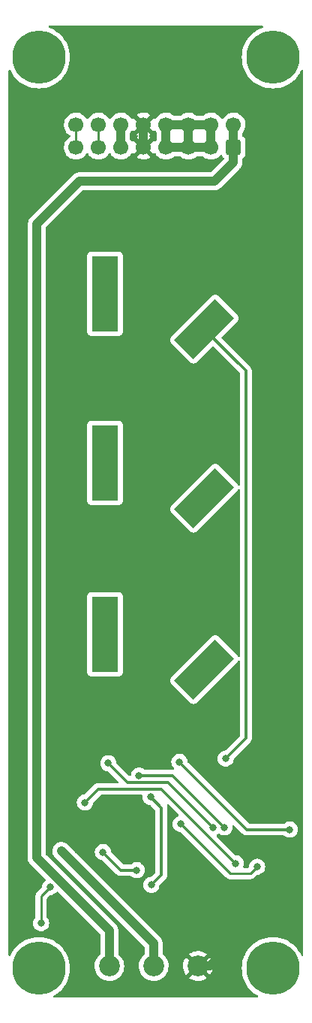
<source format=gbr>
%TF.GenerationSoftware,KiCad,Pcbnew,(6.0.0-0)*%
%TF.CreationDate,2022-11-10T22:50:59-05:00*%
%TF.ProjectId,VCA,5643412e-6b69-4636-9164-5f7063625858,rev?*%
%TF.SameCoordinates,Original*%
%TF.FileFunction,Copper,L1,Top*%
%TF.FilePolarity,Positive*%
%FSLAX46Y46*%
G04 Gerber Fmt 4.6, Leading zero omitted, Abs format (unit mm)*
G04 Created by KiCad (PCBNEW (6.0.0-0)) date 2022-11-10 22:50:59*
%MOMM*%
%LPD*%
G01*
G04 APERTURE LIST*
G04 Aperture macros list*
%AMRoundRect*
0 Rectangle with rounded corners*
0 $1 Rounding radius*
0 $2 $3 $4 $5 $6 $7 $8 $9 X,Y pos of 4 corners*
0 Add a 4 corners polygon primitive as box body*
4,1,4,$2,$3,$4,$5,$6,$7,$8,$9,$2,$3,0*
0 Add four circle primitives for the rounded corners*
1,1,$1+$1,$2,$3*
1,1,$1+$1,$4,$5*
1,1,$1+$1,$6,$7*
1,1,$1+$1,$8,$9*
0 Add four rect primitives between the rounded corners*
20,1,$1+$1,$2,$3,$4,$5,0*
20,1,$1+$1,$4,$5,$6,$7,0*
20,1,$1+$1,$6,$7,$8,$9,0*
20,1,$1+$1,$8,$9,$2,$3,0*%
%AMRotRect*
0 Rectangle, with rotation*
0 The origin of the aperture is its center*
0 $1 length*
0 $2 width*
0 $3 Rotation angle, in degrees counterclockwise*
0 Add horizontal line*
21,1,$1,$2,0,0,$3*%
G04 Aperture macros list end*
%TA.AperFunction,ComponentPad*%
%ADD10C,2.340000*%
%TD*%
%TA.AperFunction,ComponentPad*%
%ADD11C,0.800000*%
%TD*%
%TA.AperFunction,ComponentPad*%
%ADD12C,6.000000*%
%TD*%
%TA.AperFunction,ComponentPad*%
%ADD13R,3.000000X8.500000*%
%TD*%
%TA.AperFunction,ComponentPad*%
%ADD14RotRect,3.000000X6.500000X315.000000*%
%TD*%
%TA.AperFunction,ComponentPad*%
%ADD15RoundRect,0.250000X0.600000X-0.600000X0.600000X0.600000X-0.600000X0.600000X-0.600000X-0.600000X0*%
%TD*%
%TA.AperFunction,ComponentPad*%
%ADD16C,1.700000*%
%TD*%
%TA.AperFunction,ViaPad*%
%ADD17C,0.800000*%
%TD*%
%TA.AperFunction,Conductor*%
%ADD18C,1.000000*%
%TD*%
%TA.AperFunction,Conductor*%
%ADD19C,0.250000*%
%TD*%
%TA.AperFunction,Conductor*%
%ADD20C,0.300000*%
%TD*%
G04 APERTURE END LIST*
D10*
%TO.P,RV1,1,1*%
%TO.N,+12V*%
X127174000Y-143256000D03*
%TO.P,RV1,2,2*%
%TO.N,Net-(R14-Pad2)*%
X122174000Y-143256000D03*
%TO.P,RV1,3,3*%
%TO.N,-12V*%
X117174000Y-143256000D03*
%TD*%
D11*
%TO.P,REF\u002A\u002A,1*%
%TO.N,N/C*%
X135636000Y-38644000D03*
X133386000Y-40894000D03*
X134045010Y-42484990D03*
X137226990Y-42484990D03*
X134045010Y-39303010D03*
X137226990Y-39303010D03*
X135636000Y-43144000D03*
X137886000Y-40894000D03*
D12*
X135636000Y-40894000D03*
%TD*%
D11*
%TO.P,REF\u002A\u002A,1*%
%TO.N,N/C*%
X135636000Y-145760000D03*
X137226990Y-145100990D03*
X137886000Y-143510000D03*
X134045010Y-141919010D03*
X137226990Y-141919010D03*
X133386000Y-143510000D03*
X134045010Y-145100990D03*
X135636000Y-141260000D03*
D12*
X135636000Y-143510000D03*
%TD*%
D11*
%TO.P,REF\u002A\u002A,1*%
%TO.N,N/C*%
X106970000Y-143510000D03*
X109220000Y-145760000D03*
D12*
X109220000Y-143510000D03*
D11*
X109220000Y-141260000D03*
X110810990Y-141919010D03*
X107629010Y-145100990D03*
X107629010Y-141919010D03*
X110810990Y-145100990D03*
X111470000Y-143510000D03*
%TD*%
D13*
%TO.P,J4,*%
%TO.N,*%
X116676000Y-105889000D03*
D14*
%TO.P,J4,1,Pin_1*%
%TO.N,CV*%
X127886000Y-109871000D03*
%TD*%
D11*
%TO.P,REF\u002A\u002A,1*%
%TO.N,N/C*%
X106970000Y-40894000D03*
X109220000Y-43144000D03*
D12*
X109220000Y-40894000D03*
D11*
X111470000Y-40894000D03*
X107629010Y-39303010D03*
X110810990Y-42484990D03*
X110810990Y-39303010D03*
X107629010Y-42484990D03*
X109220000Y-38644000D03*
%TD*%
D13*
%TO.P,J3,*%
%TO.N,*%
X116676000Y-67535000D03*
D14*
%TO.P,J3,1,Pin_1*%
%TO.N,SIGNAL*%
X127886000Y-71517000D03*
%TD*%
D13*
%TO.P,J2,*%
%TO.N,*%
X116676000Y-86585000D03*
D14*
%TO.P,J2,1,Pin_1*%
%TO.N,OUT*%
X127886000Y-90567000D03*
%TD*%
D15*
%TO.P,J1,1,Pin_1*%
%TO.N,-12V*%
X131191000Y-51044500D03*
D16*
%TO.P,J1,2,Pin_2*%
X131191000Y-48504500D03*
%TO.P,J1,3,Pin_3*%
%TO.N,GND*%
X128651000Y-51044500D03*
%TO.P,J1,4,Pin_4*%
X128651000Y-48504500D03*
%TO.P,J1,5,Pin_5*%
X126111000Y-51044500D03*
%TO.P,J1,6,Pin_6*%
X126111000Y-48504500D03*
%TO.P,J1,7,Pin_7*%
X123571000Y-51044500D03*
%TO.P,J1,8,Pin_8*%
X123571000Y-48504500D03*
%TO.P,J1,9,Pin_9*%
%TO.N,+12V*%
X121031000Y-51044500D03*
%TO.P,J1,10,Pin_10*%
X121031000Y-48504500D03*
%TO.P,J1,11,Pin_11*%
%TO.N,+5V*%
X118491000Y-51044500D03*
%TO.P,J1,12,Pin_12*%
X118491000Y-48504500D03*
%TO.P,J1,13,Pin_13*%
%TO.N,unconnected-(J1-Pad13)*%
X115951000Y-51044500D03*
%TO.P,J1,14,Pin_14*%
X115951000Y-48504500D03*
%TO.P,J1,15,Pin_15*%
%TO.N,unconnected-(J1-Pad15)*%
X113411000Y-51044500D03*
%TO.P,J1,16,Pin_16*%
X113411000Y-48504500D03*
%TD*%
D17*
%TO.N,+12V*%
X132702572Y-136004572D03*
X120396000Y-124968000D03*
%TO.N,GND*%
X125222000Y-127254000D03*
X133858000Y-132080000D03*
X110490000Y-134366000D03*
X109474000Y-138430000D03*
%TO.N,SIGNAL*%
X130302000Y-119888000D03*
%TO.N,Net-(Q1-Pad2)*%
X121839521Y-124231373D03*
X121907572Y-134118000D03*
%TO.N,Net-(R2-Pad2)*%
X125082572Y-120275000D03*
X137528572Y-127895000D03*
%TO.N,Net-(R11-Pad2)*%
X130162572Y-127641000D03*
X120510572Y-121811500D03*
%TO.N,Net-(R10-Pad2)*%
X114414572Y-124847000D03*
X131432572Y-131705000D03*
%TO.N,Net-(R11-Pad1)*%
X117058072Y-120425500D03*
X128892572Y-127641000D03*
%TO.N,Net-(Q2-Pad1)*%
X116446572Y-130435000D03*
X120256572Y-132467000D03*
%TO.N,Net-(R14-Pad2)*%
X111760000Y-130302000D03*
%TD*%
D18*
%TO.N,+12V*%
X132702572Y-139077428D02*
X132702572Y-136004572D01*
X128524000Y-143256000D02*
X132702572Y-139077428D01*
X121031000Y-51044500D02*
X121031000Y-48504500D01*
X127174000Y-143256000D02*
X128524000Y-143256000D01*
%TO.N,-12V*%
X131191000Y-51044500D02*
X131191000Y-48504500D01*
X131191000Y-52705000D02*
X129032000Y-54864000D01*
X113792000Y-54864000D02*
X108966000Y-59690000D01*
X131191000Y-51044500D02*
X131191000Y-52705000D01*
X108966000Y-59690000D02*
X108966000Y-131064000D01*
X117174000Y-139272000D02*
X117174000Y-143256000D01*
X129032000Y-54864000D02*
X113792000Y-54864000D01*
X108966000Y-131064000D02*
X117174000Y-139272000D01*
D19*
%TO.N,GND*%
X130810000Y-132842000D02*
X132080000Y-132842000D01*
D18*
X123571000Y-48504500D02*
X123571000Y-51044500D01*
X128651000Y-48504500D02*
X128651000Y-51044500D01*
D19*
X110490000Y-134366000D02*
X109474000Y-135382000D01*
D18*
X126111000Y-51044500D02*
X126111000Y-48504500D01*
D19*
X132080000Y-132842000D02*
X133096000Y-132842000D01*
D18*
X128651000Y-51044500D02*
X123571000Y-51044500D01*
D19*
X133096000Y-132842000D02*
X133858000Y-132080000D01*
X125222000Y-127254000D02*
X130810000Y-132842000D01*
D18*
X123571000Y-48504500D02*
X128651000Y-48504500D01*
D19*
X109474000Y-135382000D02*
X109474000Y-138430000D01*
D20*
%TO.N,SIGNAL*%
X132588000Y-76219000D02*
X127886000Y-71517000D01*
X130302000Y-119888000D02*
X132588000Y-117602000D01*
X132588000Y-117602000D02*
X132588000Y-76219000D01*
%TO.N,Net-(Q1-Pad2)*%
X121907572Y-134118000D02*
X123050572Y-132975000D01*
X123050572Y-125442424D02*
X121839521Y-124231373D01*
X123050572Y-132975000D02*
X123050572Y-125442424D01*
%TO.N,Net-(R2-Pad2)*%
X125082572Y-120275000D02*
X132702572Y-127895000D01*
X137528572Y-127895000D02*
X132702572Y-127895000D01*
%TO.N,Net-(R11-Pad2)*%
X124333072Y-121811500D02*
X120510572Y-121811500D01*
X130162572Y-127641000D02*
X124333072Y-121811500D01*
%TO.N,Net-(R10-Pad2)*%
X115938572Y-123323000D02*
X114414572Y-124847000D01*
X131432572Y-131705000D02*
X123050572Y-123323000D01*
X115938572Y-123323000D02*
X123050572Y-123323000D01*
%TO.N,Net-(R11-Pad1)*%
X119193572Y-122561000D02*
X117058072Y-120425500D01*
X128892572Y-127641000D02*
X123812572Y-122561000D01*
X123812572Y-122561000D02*
X119193572Y-122561000D01*
%TO.N,Net-(Q2-Pad1)*%
X118478572Y-132467000D02*
X116446572Y-130435000D01*
X120256572Y-132467000D02*
X118478572Y-132467000D01*
D18*
%TO.N,Net-(R14-Pad2)*%
X122174000Y-140716000D02*
X111760000Y-130302000D01*
X122174000Y-143256000D02*
X122174000Y-140716000D01*
%TO.N,+5V*%
X118491000Y-48504500D02*
X118491000Y-51044500D01*
D19*
%TO.N,unconnected-(J1-Pad13)*%
X115951000Y-51044500D02*
X115951000Y-48504500D01*
%TO.N,unconnected-(J1-Pad15)*%
X113411000Y-48504500D02*
X113411000Y-51044500D01*
%TD*%
%TA.AperFunction,Conductor*%
%TO.N,+12V*%
G36*
X134497766Y-37358002D02*
G01*
X134544259Y-37411658D01*
X134554363Y-37481932D01*
X134524869Y-37546512D01*
X134474799Y-37581631D01*
X134207006Y-37684427D01*
X134204066Y-37685925D01*
X133882284Y-37849881D01*
X133882277Y-37849885D01*
X133879343Y-37851380D01*
X133570925Y-38051668D01*
X133285133Y-38283098D01*
X133025098Y-38543133D01*
X132793668Y-38828925D01*
X132593380Y-39137343D01*
X132426427Y-39465006D01*
X132294639Y-39808326D01*
X132199459Y-40163541D01*
X132141931Y-40526759D01*
X132122685Y-40894000D01*
X132141931Y-41261241D01*
X132199459Y-41624459D01*
X132294639Y-41979674D01*
X132426427Y-42322994D01*
X132593380Y-42650657D01*
X132793668Y-42959075D01*
X133025098Y-43244867D01*
X133285133Y-43504902D01*
X133570925Y-43736332D01*
X133879342Y-43936620D01*
X133882276Y-43938115D01*
X133882283Y-43938119D01*
X134204066Y-44102075D01*
X134207006Y-44103573D01*
X134550326Y-44235361D01*
X134905541Y-44330541D01*
X135098558Y-44361112D01*
X135265511Y-44387555D01*
X135265519Y-44387556D01*
X135268759Y-44388069D01*
X135636000Y-44407315D01*
X136003241Y-44388069D01*
X136006481Y-44387556D01*
X136006489Y-44387555D01*
X136173442Y-44361112D01*
X136366459Y-44330541D01*
X136721674Y-44235361D01*
X137064994Y-44103573D01*
X137067934Y-44102075D01*
X137389717Y-43938119D01*
X137389724Y-43938115D01*
X137392658Y-43936620D01*
X137701075Y-43736332D01*
X137986867Y-43504902D01*
X138246902Y-43244867D01*
X138478332Y-42959075D01*
X138678620Y-42650657D01*
X138797587Y-42417173D01*
X138826733Y-42359970D01*
X138875481Y-42308355D01*
X138944396Y-42291289D01*
X139011598Y-42314190D01*
X139055750Y-42369787D01*
X139065000Y-42417173D01*
X139065000Y-141986827D01*
X139044998Y-142054948D01*
X138991342Y-142101441D01*
X138921068Y-142111545D01*
X138856488Y-142082051D01*
X138826733Y-142044030D01*
X138680119Y-141756284D01*
X138680115Y-141756277D01*
X138678620Y-141753343D01*
X138478332Y-141444925D01*
X138246902Y-141159133D01*
X137986867Y-140899098D01*
X137701075Y-140667668D01*
X137597526Y-140600423D01*
X137395427Y-140469178D01*
X137395424Y-140469176D01*
X137392658Y-140467380D01*
X137389724Y-140465885D01*
X137389717Y-140465881D01*
X137067934Y-140301925D01*
X137064994Y-140300427D01*
X136721674Y-140168639D01*
X136366459Y-140073459D01*
X136153976Y-140039805D01*
X136006489Y-140016445D01*
X136006481Y-140016444D01*
X136003241Y-140015931D01*
X135636000Y-139996685D01*
X135268759Y-140015931D01*
X135265519Y-140016444D01*
X135265511Y-140016445D01*
X135118024Y-140039805D01*
X134905541Y-140073459D01*
X134550326Y-140168639D01*
X134207006Y-140300427D01*
X134204066Y-140301925D01*
X133882284Y-140465881D01*
X133882277Y-140465885D01*
X133879343Y-140467380D01*
X133876577Y-140469176D01*
X133876574Y-140469178D01*
X133792362Y-140523866D01*
X133570925Y-140667668D01*
X133285133Y-140899098D01*
X133025098Y-141159133D01*
X132793668Y-141444925D01*
X132593380Y-141753343D01*
X132591885Y-141756277D01*
X132591881Y-141756284D01*
X132474414Y-141986827D01*
X132426427Y-142081006D01*
X132422842Y-142090345D01*
X132335139Y-142318821D01*
X132294639Y-142424326D01*
X132199459Y-142779541D01*
X132141931Y-143142759D01*
X132122685Y-143510000D01*
X132141931Y-143877241D01*
X132142444Y-143880481D01*
X132142445Y-143880489D01*
X132168888Y-144047442D01*
X132199459Y-144240459D01*
X132294639Y-144595674D01*
X132426427Y-144938994D01*
X132593380Y-145266657D01*
X132793668Y-145575075D01*
X133025098Y-145860867D01*
X133285133Y-146120902D01*
X133570925Y-146352332D01*
X133879342Y-146552620D01*
X133882285Y-146554120D01*
X133882291Y-146554123D01*
X133920778Y-146573733D01*
X133972394Y-146622481D01*
X133989460Y-146691396D01*
X133966560Y-146758597D01*
X133910962Y-146802750D01*
X133863576Y-146812000D01*
X110992424Y-146812000D01*
X110924303Y-146791998D01*
X110877810Y-146738342D01*
X110867706Y-146668068D01*
X110897200Y-146603488D01*
X110935222Y-146573733D01*
X110973709Y-146554123D01*
X110973715Y-146554120D01*
X110976658Y-146552620D01*
X111285075Y-146352332D01*
X111570867Y-146120902D01*
X111830902Y-145860867D01*
X112062332Y-145575075D01*
X112262620Y-145266657D01*
X112429573Y-144938994D01*
X112561361Y-144595674D01*
X112656541Y-144240459D01*
X112687112Y-144047442D01*
X112713555Y-143880489D01*
X112713556Y-143880481D01*
X112714069Y-143877241D01*
X112733315Y-143510000D01*
X112714069Y-143142759D01*
X112656541Y-142779541D01*
X112561361Y-142424326D01*
X112520862Y-142318821D01*
X112433158Y-142090345D01*
X112429573Y-142081006D01*
X112381586Y-141986827D01*
X112264119Y-141756284D01*
X112264115Y-141756277D01*
X112262620Y-141753343D01*
X112062332Y-141444925D01*
X111830902Y-141159133D01*
X111570867Y-140899098D01*
X111285075Y-140667668D01*
X111181526Y-140600423D01*
X110979427Y-140469178D01*
X110979424Y-140469176D01*
X110976658Y-140467380D01*
X110973724Y-140465885D01*
X110973717Y-140465881D01*
X110651934Y-140301925D01*
X110648994Y-140300427D01*
X110305674Y-140168639D01*
X109950459Y-140073459D01*
X109737976Y-140039805D01*
X109590489Y-140016445D01*
X109590481Y-140016444D01*
X109587241Y-140015931D01*
X109220000Y-139996685D01*
X108852759Y-140015931D01*
X108849519Y-140016444D01*
X108849511Y-140016445D01*
X108702024Y-140039805D01*
X108489541Y-140073459D01*
X108134326Y-140168639D01*
X107791006Y-140300427D01*
X107788066Y-140301925D01*
X107466284Y-140465881D01*
X107466277Y-140465885D01*
X107463343Y-140467380D01*
X107460577Y-140469176D01*
X107460574Y-140469178D01*
X107376362Y-140523866D01*
X107154925Y-140667668D01*
X106869133Y-140899098D01*
X106609098Y-141159133D01*
X106377668Y-141444925D01*
X106177380Y-141753343D01*
X106175885Y-141756277D01*
X106175881Y-141756284D01*
X106029267Y-142044030D01*
X105980519Y-142095645D01*
X105911604Y-142112711D01*
X105844402Y-142089810D01*
X105800250Y-142034213D01*
X105791000Y-141986827D01*
X105791000Y-59686462D01*
X107952626Y-59686462D01*
X107953206Y-59692593D01*
X107956941Y-59732109D01*
X107957500Y-59743967D01*
X107957500Y-131002157D01*
X107956763Y-131015764D01*
X107955637Y-131026134D01*
X107952676Y-131053388D01*
X107953213Y-131059523D01*
X107957050Y-131103388D01*
X107957379Y-131108214D01*
X107957500Y-131110686D01*
X107957500Y-131113769D01*
X107957801Y-131116837D01*
X107961690Y-131156506D01*
X107961812Y-131157819D01*
X107962708Y-131168056D01*
X107969913Y-131250413D01*
X107971400Y-131255532D01*
X107971920Y-131260833D01*
X107998791Y-131349834D01*
X107999126Y-131350967D01*
X108025091Y-131440336D01*
X108027544Y-131445068D01*
X108029084Y-131450169D01*
X108031978Y-131455612D01*
X108072731Y-131532260D01*
X108073343Y-131533426D01*
X108106923Y-131598206D01*
X108116108Y-131615926D01*
X108119431Y-131620089D01*
X108121934Y-131624796D01*
X108180755Y-131696918D01*
X108181446Y-131697774D01*
X108212738Y-131736973D01*
X108215242Y-131739477D01*
X108215884Y-131740195D01*
X108219585Y-131744528D01*
X108246935Y-131778062D01*
X108251682Y-131781989D01*
X108251684Y-131781991D01*
X108282262Y-131807287D01*
X108291042Y-131815277D01*
X109939008Y-133463243D01*
X109973034Y-133525555D01*
X109967969Y-133596370D01*
X109923975Y-133654273D01*
X109884093Y-133683249D01*
X109884088Y-133683254D01*
X109878747Y-133687134D01*
X109750960Y-133829056D01*
X109655473Y-133994444D01*
X109596458Y-134176072D01*
X109595768Y-134182633D01*
X109595768Y-134182635D01*
X109579093Y-134341292D01*
X109552080Y-134406949D01*
X109542878Y-134417218D01*
X109081742Y-134878353D01*
X109073463Y-134885887D01*
X109066982Y-134890000D01*
X109046508Y-134911803D01*
X109020357Y-134939651D01*
X109017602Y-134942493D01*
X108997865Y-134962230D01*
X108995385Y-134965427D01*
X108987682Y-134974447D01*
X108957414Y-135006679D01*
X108953595Y-135013625D01*
X108953593Y-135013628D01*
X108947652Y-135024434D01*
X108936801Y-135040953D01*
X108924386Y-135056959D01*
X108921241Y-135064228D01*
X108921238Y-135064232D01*
X108906826Y-135097537D01*
X108901609Y-135108187D01*
X108880305Y-135146940D01*
X108878334Y-135154615D01*
X108878334Y-135154616D01*
X108875267Y-135166562D01*
X108868863Y-135185266D01*
X108860819Y-135203855D01*
X108859580Y-135211678D01*
X108859577Y-135211688D01*
X108853901Y-135247524D01*
X108851495Y-135259144D01*
X108842472Y-135294289D01*
X108840500Y-135301970D01*
X108840500Y-135322224D01*
X108838949Y-135341934D01*
X108835780Y-135361943D01*
X108836526Y-135369835D01*
X108839941Y-135405961D01*
X108840500Y-135417819D01*
X108840500Y-137727476D01*
X108820498Y-137795597D01*
X108808142Y-137811779D01*
X108734960Y-137893056D01*
X108639473Y-138058444D01*
X108580458Y-138240072D01*
X108560496Y-138430000D01*
X108561186Y-138436565D01*
X108577923Y-138595805D01*
X108580458Y-138619928D01*
X108639473Y-138801556D01*
X108734960Y-138966944D01*
X108739378Y-138971851D01*
X108739379Y-138971852D01*
X108847307Y-139091718D01*
X108862747Y-139108866D01*
X109017248Y-139221118D01*
X109023276Y-139223802D01*
X109023278Y-139223803D01*
X109185681Y-139296109D01*
X109191712Y-139298794D01*
X109285112Y-139318647D01*
X109372056Y-139337128D01*
X109372061Y-139337128D01*
X109378513Y-139338500D01*
X109569487Y-139338500D01*
X109575939Y-139337128D01*
X109575944Y-139337128D01*
X109662888Y-139318647D01*
X109756288Y-139298794D01*
X109762319Y-139296109D01*
X109924722Y-139223803D01*
X109924724Y-139223802D01*
X109930752Y-139221118D01*
X110085253Y-139108866D01*
X110100693Y-139091718D01*
X110208621Y-138971852D01*
X110208622Y-138971851D01*
X110213040Y-138966944D01*
X110308527Y-138801556D01*
X110367542Y-138619928D01*
X110370078Y-138595805D01*
X110386814Y-138436565D01*
X110387504Y-138430000D01*
X110367542Y-138240072D01*
X110308527Y-138058444D01*
X110213040Y-137893056D01*
X110139863Y-137811785D01*
X110109147Y-137747779D01*
X110107500Y-137727476D01*
X110107500Y-135696595D01*
X110127502Y-135628474D01*
X110144405Y-135607499D01*
X110440501Y-135311404D01*
X110502813Y-135277379D01*
X110529596Y-135274500D01*
X110585487Y-135274500D01*
X110591939Y-135273128D01*
X110591944Y-135273128D01*
X110712398Y-135247524D01*
X110772288Y-135234794D01*
X110778319Y-135232109D01*
X110940722Y-135159803D01*
X110940724Y-135159802D01*
X110946752Y-135157118D01*
X111101253Y-135044866D01*
X111211110Y-134922857D01*
X111271555Y-134885619D01*
X111342539Y-134886971D01*
X111393840Y-134918074D01*
X116128595Y-139652829D01*
X116162621Y-139715141D01*
X116165500Y-139741924D01*
X116165500Y-141849761D01*
X116145498Y-141917882D01*
X116123406Y-141943759D01*
X115963202Y-142086746D01*
X115803675Y-142278557D01*
X115674252Y-142491840D01*
X115672443Y-142496154D01*
X115672442Y-142496156D01*
X115659290Y-142527521D01*
X115577775Y-142721911D01*
X115576624Y-142726443D01*
X115576623Y-142726446D01*
X115568185Y-142759671D01*
X115516365Y-142963714D01*
X115491370Y-143211939D01*
X115491594Y-143216606D01*
X115491594Y-143216611D01*
X115497354Y-143336535D01*
X115503339Y-143461131D01*
X115552010Y-143705818D01*
X115636314Y-143940622D01*
X115754398Y-144160386D01*
X115903668Y-144360283D01*
X116080844Y-144535921D01*
X116084606Y-144538679D01*
X116084609Y-144538682D01*
X116196139Y-144620458D01*
X116282036Y-144683440D01*
X116286171Y-144685616D01*
X116286175Y-144685618D01*
X116401163Y-144746116D01*
X116502823Y-144799602D01*
X116633347Y-144845183D01*
X116732550Y-144879826D01*
X116738354Y-144881853D01*
X116742947Y-144882725D01*
X116978867Y-144927516D01*
X116978870Y-144927516D01*
X116983456Y-144928387D01*
X117108099Y-144933284D01*
X117228075Y-144937999D01*
X117228081Y-144937999D01*
X117232743Y-144938182D01*
X117322181Y-144928387D01*
X117476087Y-144911532D01*
X117476092Y-144911531D01*
X117480740Y-144911022D01*
X117494919Y-144907289D01*
X117717476Y-144848694D01*
X117717478Y-144848693D01*
X117721999Y-144847503D01*
X117727399Y-144845183D01*
X117946924Y-144750868D01*
X117946926Y-144750867D01*
X117951218Y-144749023D01*
X118053679Y-144685618D01*
X118159391Y-144620202D01*
X118159395Y-144620199D01*
X118163364Y-144617743D01*
X118353775Y-144456548D01*
X118435316Y-144363569D01*
X118515187Y-144272494D01*
X118515191Y-144272489D01*
X118518269Y-144268979D01*
X118534563Y-144243648D01*
X118650703Y-144063087D01*
X118653231Y-144059157D01*
X118755697Y-143831691D01*
X118757015Y-143827018D01*
X118822146Y-143596082D01*
X118822147Y-143596079D01*
X118823416Y-143591578D01*
X118854900Y-143344092D01*
X118854984Y-143340909D01*
X118856243Y-143292828D01*
X118857207Y-143256000D01*
X118838718Y-143007206D01*
X118783659Y-142763878D01*
X118769164Y-142726605D01*
X118694931Y-142535714D01*
X118694930Y-142535712D01*
X118693238Y-142531361D01*
X118668494Y-142488067D01*
X118630296Y-142421236D01*
X118569442Y-142314763D01*
X118414990Y-142118842D01*
X118233276Y-141947902D01*
X118229437Y-141945239D01*
X118229205Y-141945051D01*
X118188853Y-141886636D01*
X118182500Y-141847131D01*
X118182500Y-139333843D01*
X118183237Y-139320236D01*
X118186659Y-139288738D01*
X118186659Y-139288733D01*
X118187324Y-139282612D01*
X118182950Y-139232612D01*
X118182621Y-139227786D01*
X118182500Y-139225314D01*
X118182500Y-139222231D01*
X118181326Y-139210262D01*
X118178310Y-139179494D01*
X118178188Y-139178181D01*
X118172463Y-139112749D01*
X118170087Y-139085587D01*
X118168600Y-139080468D01*
X118168080Y-139075167D01*
X118141209Y-138986166D01*
X118140874Y-138985033D01*
X118116630Y-138901586D01*
X118116628Y-138901582D01*
X118114909Y-138895664D01*
X118112456Y-138890932D01*
X118110916Y-138885831D01*
X118108022Y-138880388D01*
X118067269Y-138803740D01*
X118066657Y-138802574D01*
X118026729Y-138725547D01*
X118023892Y-138720074D01*
X118020569Y-138715911D01*
X118018066Y-138711204D01*
X117959245Y-138639082D01*
X117958554Y-138638226D01*
X117927262Y-138599027D01*
X117924758Y-138596523D01*
X117924116Y-138595805D01*
X117920415Y-138591472D01*
X117893065Y-138557938D01*
X117857737Y-138528712D01*
X117848958Y-138520723D01*
X110011405Y-130683171D01*
X109977379Y-130620859D01*
X109974500Y-130594076D01*
X109974500Y-130291388D01*
X110746676Y-130291388D01*
X110763913Y-130488413D01*
X110765632Y-130494330D01*
X110765633Y-130494335D01*
X110794611Y-130594076D01*
X110819091Y-130678336D01*
X110910108Y-130853926D01*
X110913948Y-130858736D01*
X111004542Y-130972223D01*
X111004549Y-130972230D01*
X111006738Y-130974973D01*
X111009233Y-130977468D01*
X121128595Y-141096829D01*
X121162621Y-141159141D01*
X121165500Y-141185924D01*
X121165500Y-141849761D01*
X121145498Y-141917882D01*
X121123406Y-141943759D01*
X120963202Y-142086746D01*
X120803675Y-142278557D01*
X120674252Y-142491840D01*
X120672443Y-142496154D01*
X120672442Y-142496156D01*
X120659290Y-142527521D01*
X120577775Y-142721911D01*
X120576624Y-142726443D01*
X120576623Y-142726446D01*
X120568185Y-142759671D01*
X120516365Y-142963714D01*
X120491370Y-143211939D01*
X120491594Y-143216606D01*
X120491594Y-143216611D01*
X120497354Y-143336535D01*
X120503339Y-143461131D01*
X120552010Y-143705818D01*
X120636314Y-143940622D01*
X120754398Y-144160386D01*
X120903668Y-144360283D01*
X121080844Y-144535921D01*
X121084606Y-144538679D01*
X121084609Y-144538682D01*
X121196139Y-144620458D01*
X121282036Y-144683440D01*
X121286171Y-144685616D01*
X121286175Y-144685618D01*
X121401163Y-144746116D01*
X121502823Y-144799602D01*
X121633347Y-144845183D01*
X121732550Y-144879826D01*
X121738354Y-144881853D01*
X121742947Y-144882725D01*
X121978867Y-144927516D01*
X121978870Y-144927516D01*
X121983456Y-144928387D01*
X122108099Y-144933284D01*
X122228075Y-144937999D01*
X122228081Y-144937999D01*
X122232743Y-144938182D01*
X122322181Y-144928387D01*
X122476087Y-144911532D01*
X122476092Y-144911531D01*
X122480740Y-144911022D01*
X122494919Y-144907289D01*
X122717476Y-144848694D01*
X122717478Y-144848693D01*
X122721999Y-144847503D01*
X122727399Y-144845183D01*
X122946924Y-144750868D01*
X122946926Y-144750867D01*
X122951218Y-144749023D01*
X123053679Y-144685618D01*
X123159391Y-144620202D01*
X123159395Y-144620199D01*
X123163364Y-144617743D01*
X123174997Y-144607895D01*
X126186851Y-144607895D01*
X126195563Y-144619415D01*
X126278529Y-144680249D01*
X126286444Y-144685194D01*
X126498873Y-144796959D01*
X126507447Y-144800687D01*
X126734067Y-144879826D01*
X126743077Y-144882240D01*
X126978923Y-144927017D01*
X126988180Y-144928071D01*
X127228058Y-144937497D01*
X127237372Y-144937171D01*
X127475996Y-144911038D01*
X127485173Y-144909337D01*
X127717312Y-144848220D01*
X127726132Y-144845183D01*
X127946693Y-144750423D01*
X127954965Y-144746116D01*
X128158026Y-144620458D01*
X128164751Y-144610253D01*
X128158688Y-144599899D01*
X127186810Y-143628020D01*
X127172869Y-143620408D01*
X127171034Y-143620539D01*
X127164420Y-143624790D01*
X126193509Y-144595702D01*
X126186851Y-144607895D01*
X123174997Y-144607895D01*
X123353775Y-144456548D01*
X123435316Y-144363569D01*
X123515187Y-144272494D01*
X123515191Y-144272489D01*
X123518269Y-144268979D01*
X123534563Y-144243648D01*
X123650703Y-144063087D01*
X123653231Y-144059157D01*
X123755697Y-143831691D01*
X123757015Y-143827018D01*
X123822146Y-143596082D01*
X123822147Y-143596079D01*
X123823416Y-143591578D01*
X123854900Y-143344092D01*
X123854984Y-143340909D01*
X123856243Y-143292828D01*
X123857207Y-143256000D01*
X123854281Y-143216624D01*
X125492096Y-143216624D01*
X125503614Y-143456398D01*
X125504751Y-143465658D01*
X125551581Y-143701095D01*
X125554075Y-143710088D01*
X125635189Y-143936009D01*
X125638989Y-143944544D01*
X125752607Y-144155996D01*
X125757618Y-144163863D01*
X125810609Y-144234826D01*
X125821867Y-144243275D01*
X125834286Y-144236503D01*
X126801980Y-143268810D01*
X126808357Y-143257131D01*
X127538408Y-143257131D01*
X127538539Y-143258966D01*
X127542790Y-143265580D01*
X128516024Y-144238813D01*
X128528404Y-144245573D01*
X128536745Y-144239330D01*
X128650265Y-144062843D01*
X128654708Y-144054659D01*
X128753304Y-143835783D01*
X128756494Y-143827018D01*
X128821654Y-143595981D01*
X128823514Y-143586839D01*
X128854001Y-143347196D01*
X128854482Y-143340909D01*
X128856622Y-143259160D01*
X128856471Y-143252851D01*
X128838568Y-143011932D01*
X128837191Y-143002726D01*
X128784210Y-142768582D01*
X128781486Y-142759671D01*
X128694478Y-142535930D01*
X128690467Y-142527521D01*
X128571347Y-142319105D01*
X128566130Y-142311370D01*
X128538425Y-142276227D01*
X128526501Y-142267758D01*
X128514965Y-142274246D01*
X127546020Y-143243190D01*
X127538408Y-143257131D01*
X126808357Y-143257131D01*
X126809592Y-143254869D01*
X126809461Y-143253034D01*
X126805210Y-143246420D01*
X125832131Y-142273342D01*
X125818823Y-142266075D01*
X125808786Y-142273195D01*
X125807076Y-142275251D01*
X125801655Y-142282851D01*
X125677127Y-142488067D01*
X125672889Y-142496384D01*
X125580060Y-142717755D01*
X125577099Y-142726605D01*
X125518011Y-142959264D01*
X125516390Y-142968458D01*
X125492341Y-143207297D01*
X125492096Y-143216624D01*
X123854281Y-143216624D01*
X123838718Y-143007206D01*
X123783659Y-142763878D01*
X123769164Y-142726605D01*
X123694931Y-142535714D01*
X123694930Y-142535712D01*
X123693238Y-142531361D01*
X123668494Y-142488067D01*
X123630296Y-142421236D01*
X123569442Y-142314763D01*
X123414990Y-142118842D01*
X123233276Y-141947902D01*
X123229437Y-141945239D01*
X123229205Y-141945051D01*
X123199870Y-141902585D01*
X126184999Y-141902585D01*
X126189572Y-141912361D01*
X127161190Y-142883980D01*
X127175131Y-142891592D01*
X127176966Y-142891461D01*
X127183580Y-142887210D01*
X128154929Y-141915860D01*
X128161313Y-141904169D01*
X128151903Y-141892061D01*
X128031873Y-141808793D01*
X128023846Y-141804065D01*
X127808540Y-141697888D01*
X127799907Y-141694400D01*
X127571265Y-141621211D01*
X127562214Y-141619038D01*
X127325269Y-141580449D01*
X127315980Y-141579637D01*
X127075950Y-141576495D01*
X127066638Y-141577065D01*
X126828776Y-141609436D01*
X126819658Y-141611374D01*
X126589203Y-141678546D01*
X126580450Y-141681818D01*
X126362454Y-141782316D01*
X126354299Y-141786836D01*
X126194136Y-141891844D01*
X126184999Y-141902585D01*
X123199870Y-141902585D01*
X123188853Y-141886636D01*
X123182500Y-141847131D01*
X123182500Y-140777843D01*
X123183237Y-140764236D01*
X123186659Y-140732738D01*
X123186659Y-140732733D01*
X123187324Y-140726612D01*
X123182950Y-140676612D01*
X123182621Y-140671786D01*
X123182500Y-140669314D01*
X123182500Y-140666231D01*
X123181326Y-140654262D01*
X123178310Y-140623494D01*
X123178188Y-140622181D01*
X123170623Y-140535718D01*
X123170087Y-140529587D01*
X123168600Y-140524468D01*
X123168080Y-140519167D01*
X123141209Y-140430166D01*
X123140874Y-140429033D01*
X123116630Y-140345586D01*
X123116628Y-140345582D01*
X123114909Y-140339664D01*
X123112456Y-140334932D01*
X123110916Y-140329831D01*
X123108022Y-140324388D01*
X123067269Y-140247740D01*
X123066657Y-140246574D01*
X123026729Y-140169547D01*
X123023892Y-140164074D01*
X123020569Y-140159911D01*
X123018066Y-140155204D01*
X122959245Y-140083082D01*
X122958554Y-140082226D01*
X122927262Y-140043027D01*
X122924758Y-140040523D01*
X122924116Y-140039805D01*
X122920415Y-140035472D01*
X122893065Y-140001938D01*
X122886925Y-139996858D01*
X122857738Y-139972713D01*
X122848958Y-139964723D01*
X113319234Y-130435000D01*
X115533068Y-130435000D01*
X115553030Y-130624928D01*
X115612045Y-130806556D01*
X115707532Y-130971944D01*
X115711950Y-130976851D01*
X115711951Y-130976852D01*
X115830230Y-131108214D01*
X115835319Y-131113866D01*
X115989820Y-131226118D01*
X115995848Y-131228802D01*
X115995850Y-131228803D01*
X116158253Y-131301109D01*
X116164284Y-131303794D01*
X116257684Y-131323647D01*
X116344628Y-131342128D01*
X116344633Y-131342128D01*
X116351085Y-131343500D01*
X116371622Y-131343500D01*
X116439743Y-131363502D01*
X116460717Y-131380405D01*
X117954917Y-132874605D01*
X117962907Y-132883385D01*
X117967156Y-132890080D01*
X117972934Y-132895506D01*
X117972935Y-132895507D01*
X118018829Y-132938604D01*
X118021671Y-132941359D01*
X118042239Y-132961927D01*
X118045742Y-132964644D01*
X118054767Y-132972352D01*
X118088439Y-133003972D01*
X118095390Y-133007793D01*
X118095391Y-133007794D01*
X118107230Y-133014303D01*
X118123754Y-133025157D01*
X118133843Y-133032982D01*
X118140704Y-133038304D01*
X118147976Y-133041451D01*
X118147978Y-133041452D01*
X118183107Y-133056654D01*
X118193768Y-133061876D01*
X118234235Y-133084124D01*
X118255013Y-133089459D01*
X118273703Y-133095858D01*
X118293396Y-133104380D01*
X118337168Y-133111313D01*
X118339020Y-133111606D01*
X118350643Y-133114013D01*
X118378644Y-133121202D01*
X118395384Y-133125500D01*
X118416831Y-133125500D01*
X118436541Y-133127051D01*
X118457724Y-133130406D01*
X118503713Y-133126059D01*
X118515568Y-133125500D01*
X119576348Y-133125500D01*
X119644469Y-133145502D01*
X119650406Y-133149562D01*
X119682108Y-133172595D01*
X119787554Y-133249206D01*
X119799820Y-133258118D01*
X119805848Y-133260802D01*
X119805850Y-133260803D01*
X119962984Y-133330763D01*
X119974284Y-133335794D01*
X120055975Y-133353158D01*
X120154628Y-133374128D01*
X120154633Y-133374128D01*
X120161085Y-133375500D01*
X120352059Y-133375500D01*
X120358511Y-133374128D01*
X120358516Y-133374128D01*
X120457169Y-133353158D01*
X120538860Y-133335794D01*
X120550160Y-133330763D01*
X120707294Y-133260803D01*
X120707296Y-133260802D01*
X120713324Y-133258118D01*
X120725591Y-133249206D01*
X120821035Y-133179861D01*
X120867825Y-133145866D01*
X120896506Y-133114013D01*
X120991193Y-133008852D01*
X120991194Y-133008851D01*
X120995612Y-133003944D01*
X121091099Y-132838556D01*
X121150114Y-132656928D01*
X121154317Y-132616944D01*
X121169386Y-132473565D01*
X121170076Y-132467000D01*
X121150114Y-132277072D01*
X121091099Y-132095444D01*
X121082183Y-132080000D01*
X120998913Y-131935774D01*
X120995612Y-131930056D01*
X120969636Y-131901206D01*
X120872247Y-131793045D01*
X120872246Y-131793044D01*
X120867825Y-131788134D01*
X120750265Y-131702721D01*
X120718666Y-131679763D01*
X120718665Y-131679762D01*
X120713324Y-131675882D01*
X120707296Y-131673198D01*
X120707294Y-131673197D01*
X120544891Y-131600891D01*
X120544890Y-131600891D01*
X120538860Y-131598206D01*
X120445459Y-131578353D01*
X120358516Y-131559872D01*
X120358511Y-131559872D01*
X120352059Y-131558500D01*
X120161085Y-131558500D01*
X120154633Y-131559872D01*
X120154628Y-131559872D01*
X120067685Y-131578353D01*
X119974284Y-131598206D01*
X119968254Y-131600891D01*
X119968253Y-131600891D01*
X119805850Y-131673197D01*
X119805848Y-131673198D01*
X119799820Y-131675882D01*
X119794479Y-131679762D01*
X119794478Y-131679763D01*
X119755002Y-131708444D01*
X119650664Y-131784251D01*
X119650409Y-131784436D01*
X119583541Y-131808294D01*
X119576348Y-131808500D01*
X118803522Y-131808500D01*
X118735401Y-131788498D01*
X118714427Y-131771595D01*
X117389542Y-130446710D01*
X117355516Y-130384398D01*
X117353327Y-130370786D01*
X117340804Y-130251636D01*
X117340804Y-130251635D01*
X117340114Y-130245072D01*
X117281099Y-130063444D01*
X117185612Y-129898056D01*
X117057825Y-129756134D01*
X116903324Y-129643882D01*
X116897296Y-129641198D01*
X116897294Y-129641197D01*
X116734891Y-129568891D01*
X116734890Y-129568891D01*
X116728860Y-129566206D01*
X116635459Y-129546353D01*
X116548516Y-129527872D01*
X116548511Y-129527872D01*
X116542059Y-129526500D01*
X116351085Y-129526500D01*
X116344633Y-129527872D01*
X116344628Y-129527872D01*
X116257685Y-129546353D01*
X116164284Y-129566206D01*
X116158254Y-129568891D01*
X116158253Y-129568891D01*
X115995850Y-129641197D01*
X115995848Y-129641198D01*
X115989820Y-129643882D01*
X115835319Y-129756134D01*
X115707532Y-129898056D01*
X115612045Y-130063444D01*
X115553030Y-130245072D01*
X115533068Y-130435000D01*
X113319234Y-130435000D01*
X112440107Y-129555873D01*
X112437925Y-129553691D01*
X112323739Y-129459897D01*
X112149437Y-129366438D01*
X112040781Y-129333218D01*
X111966200Y-129310416D01*
X111966198Y-129310416D01*
X111960302Y-129308613D01*
X111902449Y-129302736D01*
X111769666Y-129289248D01*
X111769661Y-129289248D01*
X111763538Y-129288626D01*
X111639475Y-129300354D01*
X111572771Y-129306659D01*
X111572769Y-129306659D01*
X111566638Y-129307239D01*
X111471871Y-129335490D01*
X111383007Y-129361981D01*
X111383005Y-129361982D01*
X111377104Y-129363741D01*
X111202154Y-129455982D01*
X111197368Y-129459858D01*
X111197366Y-129459859D01*
X111083910Y-129551734D01*
X111048453Y-129580447D01*
X110921854Y-129732396D01*
X110827178Y-129906041D01*
X110825335Y-129911923D01*
X110775882Y-130069729D01*
X110768035Y-130094768D01*
X110746676Y-130291388D01*
X109974500Y-130291388D01*
X109974500Y-124847000D01*
X113501068Y-124847000D01*
X113501758Y-124853565D01*
X113519513Y-125022491D01*
X113521030Y-125036928D01*
X113580045Y-125218556D01*
X113675532Y-125383944D01*
X113679950Y-125388851D01*
X113679951Y-125388852D01*
X113798897Y-125520955D01*
X113803319Y-125525866D01*
X113957820Y-125638118D01*
X113963848Y-125640802D01*
X113963850Y-125640803D01*
X114126253Y-125713109D01*
X114132284Y-125715794D01*
X114225684Y-125735647D01*
X114312628Y-125754128D01*
X114312633Y-125754128D01*
X114319085Y-125755500D01*
X114510059Y-125755500D01*
X114516511Y-125754128D01*
X114516516Y-125754128D01*
X114603460Y-125735647D01*
X114696860Y-125715794D01*
X114702891Y-125713109D01*
X114865294Y-125640803D01*
X114865296Y-125640802D01*
X114871324Y-125638118D01*
X115025825Y-125525866D01*
X115030247Y-125520955D01*
X115149193Y-125388852D01*
X115149194Y-125388851D01*
X115153612Y-125383944D01*
X115249099Y-125218556D01*
X115280255Y-125122668D01*
X115306074Y-125043207D01*
X115306074Y-125043205D01*
X115308114Y-125036928D01*
X115321327Y-124911215D01*
X115348340Y-124845559D01*
X115357541Y-124835291D01*
X116174426Y-124018405D01*
X116236739Y-123984380D01*
X116263522Y-123981500D01*
X120812342Y-123981500D01*
X120880463Y-124001502D01*
X120926956Y-124055158D01*
X120937652Y-124120670D01*
X120932147Y-124173045D01*
X120926017Y-124231373D01*
X120945979Y-124421301D01*
X121004994Y-124602929D01*
X121100481Y-124768317D01*
X121104899Y-124773224D01*
X121104900Y-124773225D01*
X121189192Y-124866841D01*
X121228268Y-124910239D01*
X121382769Y-125022491D01*
X121388797Y-125025175D01*
X121388799Y-125025176D01*
X121514733Y-125081245D01*
X121557233Y-125100167D01*
X121650633Y-125120020D01*
X121737577Y-125138501D01*
X121737582Y-125138501D01*
X121744034Y-125139873D01*
X121764571Y-125139873D01*
X121832692Y-125159875D01*
X121853666Y-125176778D01*
X122355167Y-125678279D01*
X122389193Y-125740591D01*
X122392072Y-125767374D01*
X122392072Y-132650050D01*
X122372070Y-132718171D01*
X122355167Y-132739145D01*
X121921717Y-133172595D01*
X121859405Y-133206621D01*
X121832622Y-133209500D01*
X121812085Y-133209500D01*
X121805633Y-133210872D01*
X121805628Y-133210872D01*
X121733123Y-133226284D01*
X121625284Y-133249206D01*
X121619254Y-133251891D01*
X121619253Y-133251891D01*
X121456850Y-133324197D01*
X121456848Y-133324198D01*
X121450820Y-133326882D01*
X121445479Y-133330762D01*
X121445478Y-133330763D01*
X121436665Y-133337166D01*
X121296319Y-133439134D01*
X121291898Y-133444044D01*
X121291897Y-133444045D01*
X121258950Y-133480637D01*
X121168532Y-133581056D01*
X121073045Y-133746444D01*
X121014030Y-133928072D01*
X121013340Y-133934633D01*
X121013340Y-133934635D01*
X120995299Y-134106290D01*
X120994068Y-134118000D01*
X120994758Y-134124565D01*
X121000172Y-134176072D01*
X121014030Y-134307928D01*
X121073045Y-134489556D01*
X121168532Y-134654944D01*
X121296319Y-134796866D01*
X121395415Y-134868864D01*
X121418477Y-134885619D01*
X121450820Y-134909118D01*
X121456848Y-134911802D01*
X121456850Y-134911803D01*
X121619253Y-134984109D01*
X121625284Y-134986794D01*
X121718684Y-135006647D01*
X121805628Y-135025128D01*
X121805633Y-135025128D01*
X121812085Y-135026500D01*
X122003059Y-135026500D01*
X122009511Y-135025128D01*
X122009516Y-135025128D01*
X122096460Y-135006647D01*
X122189860Y-134986794D01*
X122195891Y-134984109D01*
X122358294Y-134911803D01*
X122358296Y-134911802D01*
X122364324Y-134909118D01*
X122396668Y-134885619D01*
X122419729Y-134868864D01*
X122518825Y-134796866D01*
X122646612Y-134654944D01*
X122742099Y-134489556D01*
X122801114Y-134307928D01*
X122814327Y-134182213D01*
X122841340Y-134116558D01*
X122850542Y-134106290D01*
X123458177Y-133498655D01*
X123466957Y-133490665D01*
X123466959Y-133490663D01*
X123473652Y-133486416D01*
X123479472Y-133480219D01*
X123522176Y-133434743D01*
X123524931Y-133431901D01*
X123545499Y-133411333D01*
X123548219Y-133407826D01*
X123555925Y-133398804D01*
X123562678Y-133391613D01*
X123587544Y-133365133D01*
X123591366Y-133358181D01*
X123597875Y-133346342D01*
X123608729Y-133329818D01*
X123617017Y-133319132D01*
X123621876Y-133312868D01*
X123625024Y-133305594D01*
X123640226Y-133270465D01*
X123645448Y-133259805D01*
X123663877Y-133226284D01*
X123663878Y-133226282D01*
X123667696Y-133219337D01*
X123673031Y-133198559D01*
X123679430Y-133179869D01*
X123687952Y-133160176D01*
X123695178Y-133114552D01*
X123697585Y-133102929D01*
X123707100Y-133065868D01*
X123709072Y-133058188D01*
X123709072Y-133036741D01*
X123710623Y-133017031D01*
X123712738Y-133003677D01*
X123713978Y-132995848D01*
X123709631Y-132949859D01*
X123709072Y-132938004D01*
X123709072Y-125524483D01*
X123709631Y-125512627D01*
X123711361Y-125504887D01*
X123709134Y-125434035D01*
X123709072Y-125430077D01*
X123709072Y-125400992D01*
X123708518Y-125396603D01*
X123707585Y-125384761D01*
X123707560Y-125383944D01*
X123706134Y-125338593D01*
X123700152Y-125318003D01*
X123696142Y-125298640D01*
X123694447Y-125285220D01*
X123694447Y-125285219D01*
X123693454Y-125277360D01*
X123690538Y-125269995D01*
X123690537Y-125269991D01*
X123676446Y-125234403D01*
X123672605Y-125223186D01*
X123667463Y-125205486D01*
X123667670Y-125134491D01*
X123706226Y-125074876D01*
X123770893Y-125045571D01*
X123841137Y-125055879D01*
X123877557Y-125081245D01*
X124977391Y-126181079D01*
X125011417Y-126243391D01*
X125006352Y-126314206D01*
X124963805Y-126371042D01*
X124939544Y-126385281D01*
X124771281Y-126460195D01*
X124771274Y-126460199D01*
X124765248Y-126462882D01*
X124610747Y-126575134D01*
X124606326Y-126580044D01*
X124606325Y-126580045D01*
X124502284Y-126695595D01*
X124482960Y-126717056D01*
X124387473Y-126882444D01*
X124328458Y-127064072D01*
X124327768Y-127070633D01*
X124327768Y-127070635D01*
X124312476Y-127216134D01*
X124308496Y-127254000D01*
X124309186Y-127260565D01*
X124327201Y-127431965D01*
X124328458Y-127443928D01*
X124387473Y-127625556D01*
X124390776Y-127631278D01*
X124390777Y-127631279D01*
X124400180Y-127647565D01*
X124482960Y-127790944D01*
X124610747Y-127932866D01*
X124765248Y-128045118D01*
X124771276Y-128047802D01*
X124771278Y-128047803D01*
X124933681Y-128120109D01*
X124939712Y-128122794D01*
X125033113Y-128142647D01*
X125120056Y-128161128D01*
X125120061Y-128161128D01*
X125126513Y-128162500D01*
X125182406Y-128162500D01*
X125250527Y-128182502D01*
X125271501Y-128199405D01*
X130306343Y-133234247D01*
X130313887Y-133242537D01*
X130318000Y-133249018D01*
X130323777Y-133254443D01*
X130367667Y-133295658D01*
X130370509Y-133298413D01*
X130390230Y-133318134D01*
X130393425Y-133320612D01*
X130402447Y-133328318D01*
X130434679Y-133358586D01*
X130441628Y-133362406D01*
X130452432Y-133368346D01*
X130468956Y-133379199D01*
X130484959Y-133391613D01*
X130525543Y-133409176D01*
X130536173Y-133414383D01*
X130574940Y-133435695D01*
X130582617Y-133437666D01*
X130582622Y-133437668D01*
X130594558Y-133440732D01*
X130613266Y-133447137D01*
X130631855Y-133455181D01*
X130639680Y-133456420D01*
X130639682Y-133456421D01*
X130675519Y-133462097D01*
X130687140Y-133464504D01*
X130718959Y-133472673D01*
X130729970Y-133475500D01*
X130750231Y-133475500D01*
X130769940Y-133477051D01*
X130789943Y-133480219D01*
X130797835Y-133479473D01*
X130803062Y-133478979D01*
X130833954Y-133476059D01*
X130845811Y-133475500D01*
X133017233Y-133475500D01*
X133028416Y-133476027D01*
X133035909Y-133477702D01*
X133043835Y-133477453D01*
X133043836Y-133477453D01*
X133103986Y-133475562D01*
X133107945Y-133475500D01*
X133135856Y-133475500D01*
X133139791Y-133475003D01*
X133139856Y-133474995D01*
X133151693Y-133474062D01*
X133183951Y-133473048D01*
X133187970Y-133472922D01*
X133195889Y-133472673D01*
X133215343Y-133467021D01*
X133234700Y-133463013D01*
X133246930Y-133461468D01*
X133246931Y-133461468D01*
X133254797Y-133460474D01*
X133262168Y-133457555D01*
X133262170Y-133457555D01*
X133295912Y-133444196D01*
X133307142Y-133440351D01*
X133341983Y-133430229D01*
X133341984Y-133430229D01*
X133349593Y-133428018D01*
X133356412Y-133423985D01*
X133356417Y-133423983D01*
X133367028Y-133417707D01*
X133384776Y-133409012D01*
X133403617Y-133401552D01*
X133423987Y-133386753D01*
X133439387Y-133375564D01*
X133449307Y-133369048D01*
X133480535Y-133350580D01*
X133480538Y-133350578D01*
X133487362Y-133346542D01*
X133501683Y-133332221D01*
X133516717Y-133319380D01*
X133526693Y-133312132D01*
X133533107Y-133307472D01*
X133561293Y-133273401D01*
X133569282Y-133264622D01*
X133808499Y-133025405D01*
X133870811Y-132991379D01*
X133897594Y-132988500D01*
X133953487Y-132988500D01*
X133959939Y-132987128D01*
X133959944Y-132987128D01*
X134065720Y-132964644D01*
X134140288Y-132948794D01*
X134151175Y-132943947D01*
X134308722Y-132873803D01*
X134308724Y-132873802D01*
X134314752Y-132871118D01*
X134469253Y-132758866D01*
X134597040Y-132616944D01*
X134679820Y-132473565D01*
X134689223Y-132457279D01*
X134689224Y-132457278D01*
X134692527Y-132451556D01*
X134751542Y-132269928D01*
X134771504Y-132080000D01*
X134768907Y-132055292D01*
X134752232Y-131896635D01*
X134752232Y-131896633D01*
X134751542Y-131890072D01*
X134692527Y-131708444D01*
X134685836Y-131696854D01*
X134628089Y-131596834D01*
X134597040Y-131543056D01*
X134577753Y-131521635D01*
X134473675Y-131406045D01*
X134473674Y-131406044D01*
X134469253Y-131401134D01*
X134314752Y-131288882D01*
X134308724Y-131286198D01*
X134308722Y-131286197D01*
X134146319Y-131213891D01*
X134146318Y-131213891D01*
X134140288Y-131211206D01*
X134046887Y-131191353D01*
X133959944Y-131172872D01*
X133959939Y-131172872D01*
X133953487Y-131171500D01*
X133762513Y-131171500D01*
X133756061Y-131172872D01*
X133756056Y-131172872D01*
X133669113Y-131191353D01*
X133575712Y-131211206D01*
X133569682Y-131213891D01*
X133569681Y-131213891D01*
X133407278Y-131286197D01*
X133407276Y-131286198D01*
X133401248Y-131288882D01*
X133246747Y-131401134D01*
X133242326Y-131406044D01*
X133242325Y-131406045D01*
X133138248Y-131521635D01*
X133118960Y-131543056D01*
X133087911Y-131596834D01*
X133030165Y-131696854D01*
X133023473Y-131708444D01*
X132964458Y-131890072D01*
X132963768Y-131896633D01*
X132963768Y-131896635D01*
X132947093Y-132055292D01*
X132920080Y-132120949D01*
X132910877Y-132131219D01*
X132870498Y-132171597D01*
X132808186Y-132205621D01*
X132781404Y-132208500D01*
X132397652Y-132208500D01*
X132329531Y-132188498D01*
X132283038Y-132134842D01*
X132272934Y-132064568D01*
X132277819Y-132043564D01*
X132324074Y-131901206D01*
X132326114Y-131894928D01*
X132335220Y-131808294D01*
X132345386Y-131711565D01*
X132346076Y-131705000D01*
X132334852Y-131598206D01*
X132326804Y-131521635D01*
X132326804Y-131521633D01*
X132326114Y-131515072D01*
X132267099Y-131333444D01*
X132171612Y-131168056D01*
X132161213Y-131156506D01*
X132048247Y-131031045D01*
X132048246Y-131031044D01*
X132043825Y-131026134D01*
X131889324Y-130913882D01*
X131883296Y-130911198D01*
X131883294Y-130911197D01*
X131720891Y-130838891D01*
X131720890Y-130838891D01*
X131714860Y-130836206D01*
X131602293Y-130812279D01*
X131534516Y-130797872D01*
X131534511Y-130797872D01*
X131528059Y-130796500D01*
X131507522Y-130796500D01*
X131439401Y-130776498D01*
X131418427Y-130759595D01*
X129300182Y-128641350D01*
X129266156Y-128579038D01*
X129271221Y-128508223D01*
X129313768Y-128451387D01*
X129338022Y-128437151D01*
X129343288Y-128434806D01*
X129343293Y-128434803D01*
X129349324Y-128432118D01*
X129453512Y-128356421D01*
X129520378Y-128332563D01*
X129589530Y-128348643D01*
X129601628Y-128356418D01*
X129705820Y-128432118D01*
X129711848Y-128434802D01*
X129711850Y-128434803D01*
X129829112Y-128487011D01*
X129880284Y-128509794D01*
X129971732Y-128529232D01*
X130060628Y-128548128D01*
X130060633Y-128548128D01*
X130067085Y-128549500D01*
X130258059Y-128549500D01*
X130264511Y-128548128D01*
X130264516Y-128548128D01*
X130353412Y-128529232D01*
X130444860Y-128509794D01*
X130496032Y-128487011D01*
X130613294Y-128434803D01*
X130613296Y-128434802D01*
X130619324Y-128432118D01*
X130773825Y-128319866D01*
X130797572Y-128293492D01*
X130897193Y-128182852D01*
X130897194Y-128182851D01*
X130901612Y-128177944D01*
X130997099Y-128012556D01*
X131056114Y-127830928D01*
X131060317Y-127790944D01*
X131075386Y-127647565D01*
X131076076Y-127641000D01*
X131061446Y-127501803D01*
X131074218Y-127431965D01*
X131122720Y-127380118D01*
X131191553Y-127362724D01*
X131258863Y-127385305D01*
X131275851Y-127399538D01*
X132178913Y-128302600D01*
X132186903Y-128311381D01*
X132186911Y-128311390D01*
X132191156Y-128318080D01*
X132196931Y-128323503D01*
X132242846Y-128366620D01*
X132245688Y-128369375D01*
X132266239Y-128389926D01*
X132269373Y-128392357D01*
X132269735Y-128392638D01*
X132278763Y-128400348D01*
X132312439Y-128431972D01*
X132319390Y-128435793D01*
X132319391Y-128435794D01*
X132331227Y-128442301D01*
X132347756Y-128453158D01*
X132358441Y-128461447D01*
X132358443Y-128461448D01*
X132364703Y-128466304D01*
X132407116Y-128484657D01*
X132417753Y-128489868D01*
X132458235Y-128512124D01*
X132465914Y-128514096D01*
X132465915Y-128514096D01*
X132479006Y-128517457D01*
X132497708Y-128523859D01*
X132517395Y-128532379D01*
X132525224Y-128533619D01*
X132563020Y-128539605D01*
X132574646Y-128542013D01*
X132611707Y-128551529D01*
X132611708Y-128551529D01*
X132619384Y-128553500D01*
X132640830Y-128553500D01*
X132660540Y-128555051D01*
X132681723Y-128558406D01*
X132727707Y-128554059D01*
X132739566Y-128553500D01*
X136848348Y-128553500D01*
X136916469Y-128573502D01*
X136922406Y-128577562D01*
X137071820Y-128686118D01*
X137077848Y-128688802D01*
X137077850Y-128688803D01*
X137240253Y-128761109D01*
X137246284Y-128763794D01*
X137339685Y-128783647D01*
X137426628Y-128802128D01*
X137426633Y-128802128D01*
X137433085Y-128803500D01*
X137624059Y-128803500D01*
X137630511Y-128802128D01*
X137630516Y-128802128D01*
X137717459Y-128783647D01*
X137810860Y-128763794D01*
X137816891Y-128761109D01*
X137979294Y-128688803D01*
X137979296Y-128688802D01*
X137985324Y-128686118D01*
X138139825Y-128573866D01*
X138184849Y-128523862D01*
X138263193Y-128436852D01*
X138263194Y-128436851D01*
X138267612Y-128431944D01*
X138342289Y-128302600D01*
X138359795Y-128272279D01*
X138359796Y-128272278D01*
X138363099Y-128266556D01*
X138422114Y-128084928D01*
X138442076Y-127895000D01*
X138431655Y-127795852D01*
X138422804Y-127711635D01*
X138422804Y-127711633D01*
X138422114Y-127705072D01*
X138363099Y-127523444D01*
X138267612Y-127358056D01*
X138187826Y-127269444D01*
X138144247Y-127221045D01*
X138144246Y-127221044D01*
X138139825Y-127216134D01*
X137985324Y-127103882D01*
X137979296Y-127101198D01*
X137979294Y-127101197D01*
X137816891Y-127028891D01*
X137816890Y-127028891D01*
X137810860Y-127026206D01*
X137717459Y-127006353D01*
X137630516Y-126987872D01*
X137630511Y-126987872D01*
X137624059Y-126986500D01*
X137433085Y-126986500D01*
X137426633Y-126987872D01*
X137426628Y-126987872D01*
X137339685Y-127006353D01*
X137246284Y-127026206D01*
X137240254Y-127028891D01*
X137240253Y-127028891D01*
X137077850Y-127101197D01*
X137077848Y-127101198D01*
X137071820Y-127103882D01*
X136922664Y-127212251D01*
X136922409Y-127212436D01*
X136855541Y-127236294D01*
X136848348Y-127236500D01*
X133027521Y-127236500D01*
X132959400Y-127216498D01*
X132938426Y-127199595D01*
X126025542Y-120286710D01*
X125991516Y-120224398D01*
X125989327Y-120210786D01*
X125976804Y-120091636D01*
X125976804Y-120091635D01*
X125976114Y-120085072D01*
X125917099Y-119903444D01*
X125908504Y-119888556D01*
X125829400Y-119751545D01*
X125821612Y-119738056D01*
X125693825Y-119596134D01*
X125539324Y-119483882D01*
X125533296Y-119481198D01*
X125533294Y-119481197D01*
X125370891Y-119408891D01*
X125370890Y-119408891D01*
X125364860Y-119406206D01*
X125271459Y-119386353D01*
X125184516Y-119367872D01*
X125184511Y-119367872D01*
X125178059Y-119366500D01*
X124987085Y-119366500D01*
X124980633Y-119367872D01*
X124980628Y-119367872D01*
X124893685Y-119386353D01*
X124800284Y-119406206D01*
X124794254Y-119408891D01*
X124794253Y-119408891D01*
X124631850Y-119481197D01*
X124631848Y-119481198D01*
X124625820Y-119483882D01*
X124471319Y-119596134D01*
X124343532Y-119738056D01*
X124335744Y-119751545D01*
X124256641Y-119888556D01*
X124248045Y-119903444D01*
X124189030Y-120085072D01*
X124169068Y-120275000D01*
X124169758Y-120281565D01*
X124184828Y-120424944D01*
X124189030Y-120464928D01*
X124248045Y-120646556D01*
X124343532Y-120811944D01*
X124347950Y-120816851D01*
X124347951Y-120816852D01*
X124457972Y-120939043D01*
X124488690Y-121003050D01*
X124479925Y-121073504D01*
X124434462Y-121128035D01*
X124360769Y-121149179D01*
X124353920Y-121148094D01*
X124307931Y-121152441D01*
X124296076Y-121153000D01*
X121190796Y-121153000D01*
X121122675Y-121132998D01*
X121116735Y-121128936D01*
X121116481Y-121128751D01*
X120967324Y-121020382D01*
X120961296Y-121017698D01*
X120961294Y-121017697D01*
X120798891Y-120945391D01*
X120798890Y-120945391D01*
X120792860Y-120942706D01*
X120699460Y-120922853D01*
X120612516Y-120904372D01*
X120612511Y-120904372D01*
X120606059Y-120903000D01*
X120415085Y-120903000D01*
X120408633Y-120904372D01*
X120408628Y-120904372D01*
X120321684Y-120922853D01*
X120228284Y-120942706D01*
X120222254Y-120945391D01*
X120222253Y-120945391D01*
X120059850Y-121017697D01*
X120059848Y-121017698D01*
X120053820Y-121020382D01*
X119899319Y-121132634D01*
X119894898Y-121137544D01*
X119894897Y-121137545D01*
X119785161Y-121259420D01*
X119771532Y-121274556D01*
X119676045Y-121439944D01*
X119617030Y-121621572D01*
X119616340Y-121628133D01*
X119616340Y-121628135D01*
X119603592Y-121749430D01*
X119576579Y-121815087D01*
X119518358Y-121855717D01*
X119447412Y-121858420D01*
X119389187Y-121825355D01*
X118001042Y-120437210D01*
X117967016Y-120374898D01*
X117964827Y-120361286D01*
X117952304Y-120242136D01*
X117952304Y-120242135D01*
X117951614Y-120235572D01*
X117943561Y-120210786D01*
X117894641Y-120060229D01*
X117892599Y-120053944D01*
X117797112Y-119888556D01*
X117669325Y-119746634D01*
X117514824Y-119634382D01*
X117508796Y-119631698D01*
X117508794Y-119631697D01*
X117346391Y-119559391D01*
X117346390Y-119559391D01*
X117340360Y-119556706D01*
X117246959Y-119536853D01*
X117160016Y-119518372D01*
X117160011Y-119518372D01*
X117153559Y-119517000D01*
X116962585Y-119517000D01*
X116956133Y-119518372D01*
X116956128Y-119518372D01*
X116869185Y-119536853D01*
X116775784Y-119556706D01*
X116769754Y-119559391D01*
X116769753Y-119559391D01*
X116607350Y-119631697D01*
X116607348Y-119631698D01*
X116601320Y-119634382D01*
X116446819Y-119746634D01*
X116319032Y-119888556D01*
X116223545Y-120053944D01*
X116164530Y-120235572D01*
X116144568Y-120425500D01*
X116164530Y-120615428D01*
X116223545Y-120797056D01*
X116226848Y-120802778D01*
X116226849Y-120802779D01*
X116234974Y-120816852D01*
X116319032Y-120962444D01*
X116323450Y-120967351D01*
X116323451Y-120967352D01*
X116374694Y-121024263D01*
X116446819Y-121104366D01*
X116492486Y-121137545D01*
X116570707Y-121194376D01*
X116601320Y-121216618D01*
X116607348Y-121219302D01*
X116607350Y-121219303D01*
X116744294Y-121280274D01*
X116775784Y-121294294D01*
X116850677Y-121310213D01*
X116956128Y-121332628D01*
X116956133Y-121332628D01*
X116962585Y-121334000D01*
X116983122Y-121334000D01*
X117051243Y-121354002D01*
X117072217Y-121370905D01*
X118150717Y-122449405D01*
X118184743Y-122511717D01*
X118179678Y-122582532D01*
X118137131Y-122639368D01*
X118070611Y-122664179D01*
X118061622Y-122664500D01*
X116020628Y-122664500D01*
X116008772Y-122663941D01*
X116008769Y-122663941D01*
X116001035Y-122662212D01*
X115930203Y-122664438D01*
X115926245Y-122664500D01*
X115897140Y-122664500D01*
X115892740Y-122665056D01*
X115880908Y-122665988D01*
X115834741Y-122667438D01*
X115814151Y-122673420D01*
X115794790Y-122677430D01*
X115787802Y-122678312D01*
X115781368Y-122679125D01*
X115781367Y-122679125D01*
X115773508Y-122680118D01*
X115766143Y-122683034D01*
X115766139Y-122683035D01*
X115730554Y-122697124D01*
X115719324Y-122700969D01*
X115674971Y-122713855D01*
X115668147Y-122717891D01*
X115656515Y-122724770D01*
X115638759Y-122733469D01*
X115618816Y-122741365D01*
X115592796Y-122760270D01*
X115581440Y-122768520D01*
X115571521Y-122775035D01*
X115538595Y-122794508D01*
X115538591Y-122794511D01*
X115531765Y-122798548D01*
X115516604Y-122813709D01*
X115501572Y-122826548D01*
X115484215Y-122839159D01*
X115479165Y-122845263D01*
X115479163Y-122845265D01*
X115454760Y-122874763D01*
X115446771Y-122883541D01*
X114428717Y-123901595D01*
X114366405Y-123935621D01*
X114339622Y-123938500D01*
X114319085Y-123938500D01*
X114312633Y-123939872D01*
X114312628Y-123939872D01*
X114225684Y-123958353D01*
X114132284Y-123978206D01*
X114126254Y-123980891D01*
X114126253Y-123980891D01*
X113963850Y-124053197D01*
X113963848Y-124053198D01*
X113957820Y-124055882D01*
X113803319Y-124168134D01*
X113798898Y-124173044D01*
X113798897Y-124173045D01*
X113752290Y-124224808D01*
X113675532Y-124310056D01*
X113580045Y-124475444D01*
X113521030Y-124657072D01*
X113501068Y-124847000D01*
X109974500Y-124847000D01*
X109974500Y-111108437D01*
X124013514Y-111108437D01*
X124034163Y-111252623D01*
X124094450Y-111385219D01*
X124099397Y-111391372D01*
X124099399Y-111391375D01*
X124120187Y-111417229D01*
X124133643Y-111433965D01*
X126323035Y-113623357D01*
X126325697Y-113625497D01*
X126365625Y-113657601D01*
X126365628Y-113657603D01*
X126371781Y-113662550D01*
X126504377Y-113722837D01*
X126513260Y-113724109D01*
X126513263Y-113724110D01*
X126639674Y-113742213D01*
X126648563Y-113743486D01*
X126657452Y-113742213D01*
X126783863Y-113724110D01*
X126783866Y-113724109D01*
X126792749Y-113722837D01*
X126925345Y-113662550D01*
X126931498Y-113657603D01*
X126931501Y-113657601D01*
X126971429Y-113625497D01*
X126974091Y-113623357D01*
X131638357Y-108959091D01*
X131655512Y-108937755D01*
X131672601Y-108916501D01*
X131672603Y-108916498D01*
X131677550Y-108910345D01*
X131688799Y-108885604D01*
X131735203Y-108831871D01*
X131803290Y-108811755D01*
X131871444Y-108831644D01*
X131918026Y-108885222D01*
X131929500Y-108937755D01*
X131929500Y-117277051D01*
X131909498Y-117345172D01*
X131892595Y-117366146D01*
X130316145Y-118942595D01*
X130253833Y-118976621D01*
X130227050Y-118979500D01*
X130206513Y-118979500D01*
X130200061Y-118980872D01*
X130200056Y-118980872D01*
X130113112Y-118999353D01*
X130019712Y-119019206D01*
X130013682Y-119021891D01*
X130013681Y-119021891D01*
X129851278Y-119094197D01*
X129851276Y-119094198D01*
X129845248Y-119096882D01*
X129690747Y-119209134D01*
X129562960Y-119351056D01*
X129467473Y-119516444D01*
X129408458Y-119698072D01*
X129407768Y-119704633D01*
X129407768Y-119704635D01*
X129403354Y-119746634D01*
X129388496Y-119888000D01*
X129408458Y-120077928D01*
X129467473Y-120259556D01*
X129470776Y-120265278D01*
X129470777Y-120265279D01*
X129480180Y-120281565D01*
X129562960Y-120424944D01*
X129690747Y-120566866D01*
X129845248Y-120679118D01*
X129851276Y-120681802D01*
X129851278Y-120681803D01*
X130013681Y-120754109D01*
X130019712Y-120756794D01*
X130113113Y-120776647D01*
X130200056Y-120795128D01*
X130200061Y-120795128D01*
X130206513Y-120796500D01*
X130397487Y-120796500D01*
X130403939Y-120795128D01*
X130403944Y-120795128D01*
X130490887Y-120776647D01*
X130584288Y-120756794D01*
X130590319Y-120754109D01*
X130752722Y-120681803D01*
X130752724Y-120681802D01*
X130758752Y-120679118D01*
X130913253Y-120566866D01*
X131041040Y-120424944D01*
X131123820Y-120281565D01*
X131133223Y-120265279D01*
X131133224Y-120265278D01*
X131136527Y-120259556D01*
X131195542Y-120077928D01*
X131208755Y-119952213D01*
X131235768Y-119886558D01*
X131244970Y-119876290D01*
X132995605Y-118125655D01*
X133004385Y-118117665D01*
X133004387Y-118117663D01*
X133011080Y-118113416D01*
X133059605Y-118061742D01*
X133062359Y-118058901D01*
X133082927Y-118038333D01*
X133085647Y-118034826D01*
X133093353Y-118025804D01*
X133119544Y-117997913D01*
X133124972Y-117992133D01*
X133128794Y-117985181D01*
X133135303Y-117973342D01*
X133146157Y-117956818D01*
X133154443Y-117946135D01*
X133154444Y-117946134D01*
X133159304Y-117939868D01*
X133177654Y-117897464D01*
X133182869Y-117886819D01*
X133205124Y-117846337D01*
X133207094Y-117838663D01*
X133207097Y-117838656D01*
X133210455Y-117825574D01*
X133216861Y-117806862D01*
X133222233Y-117794448D01*
X133225380Y-117787177D01*
X133232608Y-117741541D01*
X133235012Y-117729930D01*
X133246500Y-117685188D01*
X133246500Y-117663742D01*
X133248051Y-117644032D01*
X133250166Y-117630678D01*
X133250166Y-117630677D01*
X133251406Y-117622848D01*
X133247059Y-117576859D01*
X133246500Y-117565004D01*
X133246500Y-76301056D01*
X133247059Y-76289200D01*
X133247059Y-76289197D01*
X133248788Y-76281463D01*
X133246562Y-76210631D01*
X133246500Y-76206673D01*
X133246500Y-76177568D01*
X133245944Y-76173168D01*
X133245012Y-76161330D01*
X133243811Y-76123094D01*
X133243562Y-76115169D01*
X133237580Y-76094579D01*
X133233570Y-76075216D01*
X133231875Y-76061796D01*
X133231875Y-76061795D01*
X133230882Y-76053936D01*
X133227966Y-76046571D01*
X133227965Y-76046567D01*
X133213874Y-76010979D01*
X133210035Y-75999769D01*
X133197145Y-75955400D01*
X133186229Y-75936943D01*
X133177534Y-75919193D01*
X133169635Y-75899244D01*
X133142477Y-75861864D01*
X133135960Y-75851943D01*
X133112452Y-75812193D01*
X133097291Y-75797032D01*
X133084449Y-75781997D01*
X133071841Y-75764643D01*
X133036241Y-75735192D01*
X133027462Y-75727203D01*
X129860949Y-72560689D01*
X129826923Y-72498377D01*
X129831988Y-72427561D01*
X129860949Y-72382499D01*
X131638357Y-70605091D01*
X131651813Y-70588355D01*
X131672601Y-70562501D01*
X131672603Y-70562498D01*
X131677550Y-70556345D01*
X131737837Y-70423749D01*
X131758486Y-70279563D01*
X131737837Y-70135377D01*
X131677550Y-70002781D01*
X131672603Y-69996628D01*
X131672601Y-69996625D01*
X131640497Y-69956697D01*
X131638357Y-69954035D01*
X129448965Y-67764643D01*
X129432229Y-67751187D01*
X129406375Y-67730399D01*
X129406372Y-67730397D01*
X129400219Y-67725450D01*
X129267623Y-67665163D01*
X129258740Y-67663891D01*
X129258737Y-67663890D01*
X129132326Y-67645787D01*
X129123437Y-67644514D01*
X129114548Y-67645787D01*
X128988137Y-67663890D01*
X128988134Y-67663891D01*
X128979251Y-67665163D01*
X128846655Y-67725450D01*
X128840502Y-67730397D01*
X128840499Y-67730399D01*
X128814645Y-67751187D01*
X128797909Y-67764643D01*
X124133643Y-72428909D01*
X124131503Y-72431571D01*
X124099399Y-72471499D01*
X124099397Y-72471502D01*
X124094450Y-72477655D01*
X124034163Y-72610251D01*
X124013514Y-72754437D01*
X124034163Y-72898623D01*
X124094450Y-73031219D01*
X124099397Y-73037372D01*
X124099399Y-73037375D01*
X124120187Y-73063229D01*
X124133643Y-73079965D01*
X126323035Y-75269357D01*
X126325697Y-75271497D01*
X126365625Y-75303601D01*
X126365628Y-75303603D01*
X126371781Y-75308550D01*
X126504377Y-75368837D01*
X126513260Y-75370109D01*
X126513263Y-75370110D01*
X126639674Y-75388213D01*
X126648563Y-75389486D01*
X126657452Y-75388213D01*
X126783863Y-75370110D01*
X126783866Y-75370109D01*
X126792749Y-75368837D01*
X126925345Y-75308550D01*
X126931498Y-75303603D01*
X126931501Y-75303601D01*
X126971429Y-75271497D01*
X126974091Y-75269357D01*
X128751499Y-73491949D01*
X128813811Y-73457923D01*
X128884626Y-73462988D01*
X128929689Y-73491949D01*
X131892595Y-76454855D01*
X131926621Y-76517167D01*
X131929500Y-76543950D01*
X131929500Y-89025371D01*
X131909498Y-89093492D01*
X131855842Y-89139985D01*
X131785568Y-89150089D01*
X131720988Y-89120595D01*
X131688799Y-89077522D01*
X131680818Y-89059969D01*
X131677550Y-89052781D01*
X131672603Y-89046628D01*
X131672601Y-89046625D01*
X131640497Y-89006697D01*
X131638357Y-89004035D01*
X129448965Y-86814643D01*
X129432229Y-86801187D01*
X129406375Y-86780399D01*
X129406372Y-86780397D01*
X129400219Y-86775450D01*
X129267623Y-86715163D01*
X129258740Y-86713891D01*
X129258737Y-86713890D01*
X129132326Y-86695787D01*
X129123437Y-86694514D01*
X129114548Y-86695787D01*
X128988137Y-86713890D01*
X128988134Y-86713891D01*
X128979251Y-86715163D01*
X128846655Y-86775450D01*
X128840502Y-86780397D01*
X128840499Y-86780399D01*
X128814645Y-86801187D01*
X128797909Y-86814643D01*
X124133643Y-91478909D01*
X124131503Y-91481571D01*
X124099399Y-91521499D01*
X124099397Y-91521502D01*
X124094450Y-91527655D01*
X124034163Y-91660251D01*
X124013514Y-91804437D01*
X124034163Y-91948623D01*
X124094450Y-92081219D01*
X124099397Y-92087372D01*
X124099399Y-92087375D01*
X124120187Y-92113229D01*
X124133643Y-92129965D01*
X126323035Y-94319357D01*
X126325697Y-94321497D01*
X126365625Y-94353601D01*
X126365628Y-94353603D01*
X126371781Y-94358550D01*
X126504377Y-94418837D01*
X126513260Y-94420109D01*
X126513263Y-94420110D01*
X126639674Y-94438213D01*
X126648563Y-94439486D01*
X126657452Y-94438213D01*
X126783863Y-94420110D01*
X126783866Y-94420109D01*
X126792749Y-94418837D01*
X126925345Y-94358550D01*
X126931498Y-94353603D01*
X126931501Y-94353601D01*
X126971429Y-94321497D01*
X126974091Y-94319357D01*
X131638357Y-89655091D01*
X131655512Y-89633755D01*
X131672601Y-89612501D01*
X131672603Y-89612498D01*
X131677550Y-89606345D01*
X131688799Y-89581604D01*
X131735203Y-89527871D01*
X131803290Y-89507755D01*
X131871444Y-89527644D01*
X131918026Y-89581222D01*
X131929500Y-89633755D01*
X131929500Y-108329371D01*
X131909498Y-108397492D01*
X131855842Y-108443985D01*
X131785568Y-108454089D01*
X131720988Y-108424595D01*
X131688799Y-108381522D01*
X131680818Y-108363969D01*
X131677550Y-108356781D01*
X131672603Y-108350628D01*
X131672601Y-108350625D01*
X131640497Y-108310697D01*
X131638357Y-108308035D01*
X129448965Y-106118643D01*
X129432229Y-106105187D01*
X129406375Y-106084399D01*
X129406372Y-106084397D01*
X129400219Y-106079450D01*
X129267623Y-106019163D01*
X129258740Y-106017891D01*
X129258737Y-106017890D01*
X129132326Y-105999787D01*
X129123437Y-105998514D01*
X129114548Y-105999787D01*
X128988137Y-106017890D01*
X128988134Y-106017891D01*
X128979251Y-106019163D01*
X128846655Y-106079450D01*
X128840502Y-106084397D01*
X128840499Y-106084399D01*
X128814645Y-106105187D01*
X128797909Y-106118643D01*
X124133643Y-110782909D01*
X124131503Y-110785571D01*
X124099399Y-110825499D01*
X124099397Y-110825502D01*
X124094450Y-110831655D01*
X124034163Y-110964251D01*
X124013514Y-111108437D01*
X109974500Y-111108437D01*
X109974500Y-110187134D01*
X114667500Y-110187134D01*
X114674255Y-110249316D01*
X114725385Y-110385705D01*
X114812739Y-110502261D01*
X114929295Y-110589615D01*
X115065684Y-110640745D01*
X115127866Y-110647500D01*
X118224134Y-110647500D01*
X118286316Y-110640745D01*
X118422705Y-110589615D01*
X118539261Y-110502261D01*
X118626615Y-110385705D01*
X118677745Y-110249316D01*
X118684500Y-110187134D01*
X118684500Y-101590866D01*
X118677745Y-101528684D01*
X118626615Y-101392295D01*
X118539261Y-101275739D01*
X118422705Y-101188385D01*
X118286316Y-101137255D01*
X118224134Y-101130500D01*
X115127866Y-101130500D01*
X115065684Y-101137255D01*
X114929295Y-101188385D01*
X114812739Y-101275739D01*
X114725385Y-101392295D01*
X114674255Y-101528684D01*
X114667500Y-101590866D01*
X114667500Y-110187134D01*
X109974500Y-110187134D01*
X109974500Y-90883134D01*
X114667500Y-90883134D01*
X114674255Y-90945316D01*
X114725385Y-91081705D01*
X114812739Y-91198261D01*
X114929295Y-91285615D01*
X115065684Y-91336745D01*
X115127866Y-91343500D01*
X118224134Y-91343500D01*
X118286316Y-91336745D01*
X118422705Y-91285615D01*
X118539261Y-91198261D01*
X118626615Y-91081705D01*
X118677745Y-90945316D01*
X118684500Y-90883134D01*
X118684500Y-82286866D01*
X118677745Y-82224684D01*
X118626615Y-82088295D01*
X118539261Y-81971739D01*
X118422705Y-81884385D01*
X118286316Y-81833255D01*
X118224134Y-81826500D01*
X115127866Y-81826500D01*
X115065684Y-81833255D01*
X114929295Y-81884385D01*
X114812739Y-81971739D01*
X114725385Y-82088295D01*
X114674255Y-82224684D01*
X114667500Y-82286866D01*
X114667500Y-90883134D01*
X109974500Y-90883134D01*
X109974500Y-71833134D01*
X114667500Y-71833134D01*
X114674255Y-71895316D01*
X114725385Y-72031705D01*
X114812739Y-72148261D01*
X114929295Y-72235615D01*
X115065684Y-72286745D01*
X115127866Y-72293500D01*
X118224134Y-72293500D01*
X118286316Y-72286745D01*
X118422705Y-72235615D01*
X118539261Y-72148261D01*
X118626615Y-72031705D01*
X118677745Y-71895316D01*
X118684500Y-71833134D01*
X118684500Y-63236866D01*
X118677745Y-63174684D01*
X118626615Y-63038295D01*
X118539261Y-62921739D01*
X118422705Y-62834385D01*
X118286316Y-62783255D01*
X118224134Y-62776500D01*
X115127866Y-62776500D01*
X115065684Y-62783255D01*
X114929295Y-62834385D01*
X114812739Y-62921739D01*
X114725385Y-63038295D01*
X114674255Y-63174684D01*
X114667500Y-63236866D01*
X114667500Y-71833134D01*
X109974500Y-71833134D01*
X109974500Y-60159925D01*
X109994502Y-60091804D01*
X110011405Y-60070830D01*
X114172829Y-55909405D01*
X114235141Y-55875379D01*
X114261924Y-55872500D01*
X128970157Y-55872500D01*
X128983764Y-55873237D01*
X129015262Y-55876659D01*
X129015267Y-55876659D01*
X129021388Y-55877324D01*
X129047638Y-55875027D01*
X129071388Y-55872950D01*
X129076214Y-55872621D01*
X129078686Y-55872500D01*
X129081769Y-55872500D01*
X129093738Y-55871326D01*
X129124506Y-55868310D01*
X129125819Y-55868188D01*
X129170084Y-55864315D01*
X129218413Y-55860087D01*
X129223532Y-55858600D01*
X129228833Y-55858080D01*
X129317834Y-55831209D01*
X129318967Y-55830874D01*
X129402414Y-55806630D01*
X129402418Y-55806628D01*
X129408336Y-55804909D01*
X129413068Y-55802456D01*
X129418169Y-55800916D01*
X129423612Y-55798022D01*
X129500260Y-55757269D01*
X129501426Y-55756657D01*
X129578453Y-55716729D01*
X129583926Y-55713892D01*
X129588089Y-55710569D01*
X129592796Y-55708066D01*
X129664918Y-55649245D01*
X129665774Y-55648554D01*
X129704973Y-55617262D01*
X129707477Y-55614758D01*
X129708195Y-55614116D01*
X129712528Y-55610415D01*
X129746062Y-55583065D01*
X129775288Y-55547737D01*
X129783277Y-55538958D01*
X131860379Y-53461855D01*
X131870522Y-53452753D01*
X131895218Y-53432897D01*
X131900025Y-53429032D01*
X131932292Y-53390578D01*
X131935472Y-53386931D01*
X131937115Y-53385119D01*
X131939309Y-53382925D01*
X131966642Y-53349651D01*
X131967348Y-53348800D01*
X132023195Y-53282244D01*
X132027154Y-53277526D01*
X132029722Y-53272856D01*
X132033103Y-53268739D01*
X132076977Y-53186914D01*
X132077606Y-53185755D01*
X132119462Y-53109619D01*
X132119465Y-53109611D01*
X132122433Y-53104213D01*
X132124045Y-53099131D01*
X132126562Y-53094437D01*
X132153762Y-53005469D01*
X132154108Y-53004358D01*
X132180373Y-52921563D01*
X132182235Y-52915694D01*
X132182829Y-52910398D01*
X132184387Y-52905302D01*
X132193790Y-52812743D01*
X132193911Y-52811607D01*
X132199500Y-52761773D01*
X132199500Y-52758246D01*
X132199555Y-52757261D01*
X132200002Y-52751581D01*
X132204374Y-52708538D01*
X132200059Y-52662891D01*
X132199500Y-52651033D01*
X132199500Y-52353928D01*
X132219502Y-52285807D01*
X132253888Y-52252005D01*
X132253388Y-52251375D01*
X132259120Y-52246832D01*
X132265348Y-52242978D01*
X132390305Y-52117803D01*
X132411904Y-52082763D01*
X132479275Y-51973468D01*
X132479276Y-51973466D01*
X132483115Y-51967238D01*
X132538797Y-51799361D01*
X132549500Y-51694900D01*
X132549500Y-50394100D01*
X132549163Y-50390850D01*
X132539238Y-50295192D01*
X132539237Y-50295188D01*
X132538526Y-50288334D01*
X132514768Y-50217121D01*
X132484868Y-50127502D01*
X132482550Y-50120554D01*
X132389478Y-49970152D01*
X132264303Y-49845195D01*
X132258072Y-49841354D01*
X132252327Y-49836817D01*
X132253377Y-49835487D01*
X132211892Y-49789393D01*
X132199500Y-49734903D01*
X132199500Y-49468470D01*
X132219502Y-49400349D01*
X132227460Y-49389620D01*
X132229096Y-49387989D01*
X132359453Y-49206577D01*
X132372995Y-49179178D01*
X132456136Y-49010953D01*
X132456137Y-49010951D01*
X132458430Y-49006311D01*
X132523370Y-48792569D01*
X132552529Y-48571090D01*
X132554156Y-48504500D01*
X132535852Y-48281861D01*
X132481431Y-48065202D01*
X132392354Y-47860340D01*
X132271014Y-47672777D01*
X132120670Y-47507551D01*
X132116619Y-47504352D01*
X132116615Y-47504348D01*
X131949414Y-47372300D01*
X131949410Y-47372298D01*
X131945359Y-47369098D01*
X131749789Y-47261138D01*
X131744920Y-47259414D01*
X131744916Y-47259412D01*
X131544087Y-47188295D01*
X131544083Y-47188294D01*
X131539212Y-47186569D01*
X131534119Y-47185662D01*
X131534116Y-47185661D01*
X131324373Y-47148300D01*
X131324367Y-47148299D01*
X131319284Y-47147394D01*
X131245452Y-47146492D01*
X131101081Y-47144728D01*
X131101079Y-47144728D01*
X131095911Y-47144665D01*
X130875091Y-47178455D01*
X130662756Y-47247857D01*
X130464607Y-47351007D01*
X130460474Y-47354110D01*
X130460471Y-47354112D01*
X130298134Y-47475998D01*
X130285965Y-47485135D01*
X130131629Y-47646638D01*
X130024201Y-47804121D01*
X129969293Y-47849121D01*
X129898768Y-47857292D01*
X129835021Y-47826038D01*
X129814324Y-47801554D01*
X129733822Y-47677117D01*
X129733820Y-47677114D01*
X129731014Y-47672777D01*
X129580670Y-47507551D01*
X129576619Y-47504352D01*
X129576615Y-47504348D01*
X129409414Y-47372300D01*
X129409410Y-47372298D01*
X129405359Y-47369098D01*
X129209789Y-47261138D01*
X129204920Y-47259414D01*
X129204916Y-47259412D01*
X129004087Y-47188295D01*
X129004083Y-47188294D01*
X128999212Y-47186569D01*
X128994119Y-47185662D01*
X128994116Y-47185661D01*
X128784373Y-47148300D01*
X128784367Y-47148299D01*
X128779284Y-47147394D01*
X128705452Y-47146492D01*
X128561081Y-47144728D01*
X128561079Y-47144728D01*
X128555911Y-47144665D01*
X128335091Y-47178455D01*
X128122756Y-47247857D01*
X127924607Y-47351007D01*
X127920474Y-47354110D01*
X127920471Y-47354112D01*
X127765111Y-47470760D01*
X127698626Y-47495666D01*
X127689458Y-47496000D01*
X127069799Y-47496000D01*
X127001678Y-47475998D01*
X126991707Y-47468882D01*
X126869414Y-47372300D01*
X126869410Y-47372298D01*
X126865359Y-47369098D01*
X126669789Y-47261138D01*
X126664920Y-47259414D01*
X126664916Y-47259412D01*
X126464087Y-47188295D01*
X126464083Y-47188294D01*
X126459212Y-47186569D01*
X126454119Y-47185662D01*
X126454116Y-47185661D01*
X126244373Y-47148300D01*
X126244367Y-47148299D01*
X126239284Y-47147394D01*
X126165452Y-47146492D01*
X126021081Y-47144728D01*
X126021079Y-47144728D01*
X126015911Y-47144665D01*
X125795091Y-47178455D01*
X125582756Y-47247857D01*
X125384607Y-47351007D01*
X125380474Y-47354110D01*
X125380471Y-47354112D01*
X125225111Y-47470760D01*
X125158626Y-47495666D01*
X125149458Y-47496000D01*
X124529799Y-47496000D01*
X124461678Y-47475998D01*
X124451707Y-47468882D01*
X124329414Y-47372300D01*
X124329410Y-47372298D01*
X124325359Y-47369098D01*
X124129789Y-47261138D01*
X124124920Y-47259414D01*
X124124916Y-47259412D01*
X123924087Y-47188295D01*
X123924083Y-47188294D01*
X123919212Y-47186569D01*
X123914119Y-47185662D01*
X123914116Y-47185661D01*
X123704373Y-47148300D01*
X123704367Y-47148299D01*
X123699284Y-47147394D01*
X123625452Y-47146492D01*
X123481081Y-47144728D01*
X123481079Y-47144728D01*
X123475911Y-47144665D01*
X123255091Y-47178455D01*
X123042756Y-47247857D01*
X122844607Y-47351007D01*
X122840474Y-47354110D01*
X122840471Y-47354112D01*
X122678134Y-47475998D01*
X122665965Y-47485135D01*
X122511629Y-47646638D01*
X122404204Y-47804118D01*
X122403898Y-47804566D01*
X122348987Y-47849569D01*
X122278462Y-47857740D01*
X122214715Y-47826486D01*
X122194017Y-47802001D01*
X122164062Y-47755697D01*
X122153377Y-47746495D01*
X122143812Y-47750898D01*
X121403022Y-48491688D01*
X121395408Y-48505632D01*
X121395539Y-48507465D01*
X121399790Y-48514080D01*
X122141474Y-49255764D01*
X122153484Y-49262323D01*
X122165223Y-49253355D01*
X122199022Y-49206319D01*
X122200277Y-49207221D01*
X122247391Y-49163855D01*
X122317330Y-49151648D01*
X122382767Y-49179191D01*
X122410580Y-49211013D01*
X122468287Y-49305183D01*
X122468291Y-49305188D01*
X122470987Y-49309588D01*
X122474367Y-49313490D01*
X122531737Y-49379719D01*
X122561220Y-49444304D01*
X122562500Y-49462217D01*
X122562500Y-50082881D01*
X122542498Y-50151002D01*
X122527594Y-50169932D01*
X122511629Y-50186638D01*
X122404204Y-50344118D01*
X122403898Y-50344566D01*
X122348987Y-50389569D01*
X122278462Y-50397740D01*
X122214715Y-50366486D01*
X122194017Y-50342001D01*
X122164062Y-50295697D01*
X122153377Y-50286495D01*
X122143812Y-50290898D01*
X121403022Y-51031688D01*
X121395408Y-51045632D01*
X121395539Y-51047465D01*
X121399790Y-51054080D01*
X122141474Y-51795764D01*
X122153484Y-51802323D01*
X122165223Y-51793355D01*
X122199022Y-51746319D01*
X122200277Y-51747221D01*
X122247391Y-51703855D01*
X122317330Y-51691648D01*
X122382767Y-51719191D01*
X122410580Y-51751013D01*
X122468287Y-51845183D01*
X122468291Y-51845188D01*
X122470987Y-51849588D01*
X122617250Y-52018438D01*
X122789126Y-52161132D01*
X122982000Y-52273838D01*
X122986825Y-52275680D01*
X122986826Y-52275681D01*
X123017162Y-52287265D01*
X123190692Y-52353530D01*
X123195760Y-52354561D01*
X123195763Y-52354562D01*
X123300604Y-52375892D01*
X123409597Y-52398067D01*
X123414772Y-52398257D01*
X123414774Y-52398257D01*
X123627673Y-52406064D01*
X123627677Y-52406064D01*
X123632837Y-52406253D01*
X123637957Y-52405597D01*
X123637959Y-52405597D01*
X123849288Y-52378525D01*
X123849289Y-52378525D01*
X123854416Y-52377868D01*
X123859366Y-52376383D01*
X124063429Y-52315161D01*
X124063434Y-52315159D01*
X124068384Y-52313674D01*
X124268994Y-52215396D01*
X124450860Y-52085673D01*
X124453886Y-52082657D01*
X124518588Y-52054070D01*
X124534976Y-52053000D01*
X125153393Y-52053000D01*
X125221514Y-52073002D01*
X125233877Y-52082055D01*
X125329126Y-52161132D01*
X125522000Y-52273838D01*
X125526825Y-52275680D01*
X125526826Y-52275681D01*
X125557162Y-52287265D01*
X125730692Y-52353530D01*
X125735760Y-52354561D01*
X125735763Y-52354562D01*
X125840604Y-52375892D01*
X125949597Y-52398067D01*
X125954772Y-52398257D01*
X125954774Y-52398257D01*
X126167673Y-52406064D01*
X126167677Y-52406064D01*
X126172837Y-52406253D01*
X126177957Y-52405597D01*
X126177959Y-52405597D01*
X126389288Y-52378525D01*
X126389289Y-52378525D01*
X126394416Y-52377868D01*
X126399366Y-52376383D01*
X126603429Y-52315161D01*
X126603434Y-52315159D01*
X126608384Y-52313674D01*
X126808994Y-52215396D01*
X126990860Y-52085673D01*
X126993886Y-52082657D01*
X127058588Y-52054070D01*
X127074976Y-52053000D01*
X127693393Y-52053000D01*
X127761514Y-52073002D01*
X127773877Y-52082055D01*
X127869126Y-52161132D01*
X128062000Y-52273838D01*
X128066825Y-52275680D01*
X128066826Y-52275681D01*
X128097162Y-52287265D01*
X128270692Y-52353530D01*
X128275760Y-52354561D01*
X128275763Y-52354562D01*
X128380604Y-52375892D01*
X128489597Y-52398067D01*
X128494772Y-52398257D01*
X128494774Y-52398257D01*
X128707673Y-52406064D01*
X128707677Y-52406064D01*
X128712837Y-52406253D01*
X128717957Y-52405597D01*
X128717959Y-52405597D01*
X128929288Y-52378525D01*
X128929289Y-52378525D01*
X128934416Y-52377868D01*
X128939366Y-52376383D01*
X129143429Y-52315161D01*
X129143434Y-52315159D01*
X129148384Y-52313674D01*
X129348994Y-52215396D01*
X129530860Y-52085673D01*
X129543576Y-52073002D01*
X129611639Y-52005176D01*
X129689096Y-51927989D01*
X129689671Y-51928566D01*
X129745391Y-51892062D01*
X129816385Y-51891439D01*
X129876446Y-51929296D01*
X129896051Y-51959191D01*
X129897133Y-51961500D01*
X129899450Y-51968446D01*
X129992522Y-52118848D01*
X129997704Y-52124021D01*
X130082625Y-52208795D01*
X130116704Y-52271078D01*
X130111701Y-52341898D01*
X130082702Y-52387063D01*
X128651171Y-53818595D01*
X128588859Y-53852620D01*
X128562076Y-53855500D01*
X113853850Y-53855500D01*
X113840242Y-53854763D01*
X113839662Y-53854700D01*
X113802612Y-53850675D01*
X113752570Y-53855053D01*
X113747788Y-53855379D01*
X113745310Y-53855500D01*
X113742231Y-53855500D01*
X113739177Y-53855799D01*
X113739166Y-53855800D01*
X113699529Y-53859687D01*
X113698215Y-53859809D01*
X113662688Y-53862917D01*
X113605587Y-53867913D01*
X113600468Y-53869400D01*
X113595167Y-53869920D01*
X113506166Y-53896791D01*
X113505033Y-53897126D01*
X113421586Y-53921370D01*
X113421582Y-53921372D01*
X113415664Y-53923091D01*
X113410932Y-53925544D01*
X113405831Y-53927084D01*
X113400388Y-53929978D01*
X113323740Y-53970731D01*
X113322574Y-53971343D01*
X113245547Y-54011271D01*
X113240074Y-54014108D01*
X113235911Y-54017431D01*
X113231204Y-54019934D01*
X113226429Y-54023828D01*
X113226428Y-54023829D01*
X113159102Y-54078739D01*
X113158075Y-54079567D01*
X113121792Y-54108531D01*
X113121787Y-54108536D01*
X113119028Y-54110738D01*
X113116527Y-54113239D01*
X113115809Y-54113881D01*
X113111461Y-54117594D01*
X113077938Y-54144935D01*
X113074015Y-54149677D01*
X113074013Y-54149679D01*
X113048703Y-54180273D01*
X113040713Y-54189053D01*
X108296621Y-58933145D01*
X108286478Y-58942247D01*
X108256975Y-58965968D01*
X108253008Y-58970696D01*
X108224709Y-59004421D01*
X108221528Y-59008069D01*
X108219885Y-59009881D01*
X108217691Y-59012075D01*
X108190358Y-59045349D01*
X108189696Y-59046147D01*
X108129846Y-59117474D01*
X108127278Y-59122144D01*
X108123897Y-59126261D01*
X108092860Y-59184145D01*
X108080023Y-59208086D01*
X108079394Y-59209245D01*
X108037538Y-59285381D01*
X108037535Y-59285389D01*
X108034567Y-59290787D01*
X108032955Y-59295869D01*
X108030438Y-59300563D01*
X108003238Y-59389531D01*
X108002918Y-59390559D01*
X107974765Y-59479306D01*
X107974171Y-59484602D01*
X107972613Y-59489698D01*
X107971990Y-59495834D01*
X107963218Y-59582187D01*
X107963089Y-59583393D01*
X107957500Y-59633227D01*
X107957500Y-59636754D01*
X107957445Y-59637739D01*
X107956998Y-59643419D01*
X107952626Y-59686462D01*
X105791000Y-59686462D01*
X105791000Y-51011195D01*
X112048251Y-51011195D01*
X112048548Y-51016348D01*
X112048548Y-51016351D01*
X112050910Y-51057312D01*
X112061110Y-51234215D01*
X112062247Y-51239261D01*
X112062248Y-51239267D01*
X112083275Y-51332569D01*
X112110222Y-51452139D01*
X112194266Y-51659116D01*
X112245942Y-51743444D01*
X112308291Y-51845188D01*
X112310987Y-51849588D01*
X112457250Y-52018438D01*
X112629126Y-52161132D01*
X112822000Y-52273838D01*
X112826825Y-52275680D01*
X112826826Y-52275681D01*
X112857162Y-52287265D01*
X113030692Y-52353530D01*
X113035760Y-52354561D01*
X113035763Y-52354562D01*
X113140604Y-52375892D01*
X113249597Y-52398067D01*
X113254772Y-52398257D01*
X113254774Y-52398257D01*
X113467673Y-52406064D01*
X113467677Y-52406064D01*
X113472837Y-52406253D01*
X113477957Y-52405597D01*
X113477959Y-52405597D01*
X113689288Y-52378525D01*
X113689289Y-52378525D01*
X113694416Y-52377868D01*
X113699366Y-52376383D01*
X113903429Y-52315161D01*
X113903434Y-52315159D01*
X113908384Y-52313674D01*
X114108994Y-52215396D01*
X114290860Y-52085673D01*
X114303576Y-52073002D01*
X114372209Y-52004607D01*
X114449096Y-51927989D01*
X114508594Y-51845189D01*
X114579453Y-51746577D01*
X114580776Y-51747528D01*
X114627645Y-51704357D01*
X114697580Y-51692125D01*
X114763026Y-51719644D01*
X114790875Y-51751494D01*
X114850987Y-51849588D01*
X114997250Y-52018438D01*
X115169126Y-52161132D01*
X115362000Y-52273838D01*
X115366825Y-52275680D01*
X115366826Y-52275681D01*
X115397162Y-52287265D01*
X115570692Y-52353530D01*
X115575760Y-52354561D01*
X115575763Y-52354562D01*
X115680604Y-52375892D01*
X115789597Y-52398067D01*
X115794772Y-52398257D01*
X115794774Y-52398257D01*
X116007673Y-52406064D01*
X116007677Y-52406064D01*
X116012837Y-52406253D01*
X116017957Y-52405597D01*
X116017959Y-52405597D01*
X116229288Y-52378525D01*
X116229289Y-52378525D01*
X116234416Y-52377868D01*
X116239366Y-52376383D01*
X116443429Y-52315161D01*
X116443434Y-52315159D01*
X116448384Y-52313674D01*
X116648994Y-52215396D01*
X116830860Y-52085673D01*
X116843576Y-52073002D01*
X116912209Y-52004607D01*
X116989096Y-51927989D01*
X117048594Y-51845189D01*
X117119453Y-51746577D01*
X117120776Y-51747528D01*
X117167645Y-51704357D01*
X117237580Y-51692125D01*
X117303026Y-51719644D01*
X117330875Y-51751494D01*
X117390987Y-51849588D01*
X117537250Y-52018438D01*
X117709126Y-52161132D01*
X117902000Y-52273838D01*
X117906825Y-52275680D01*
X117906826Y-52275681D01*
X117937162Y-52287265D01*
X118110692Y-52353530D01*
X118115760Y-52354561D01*
X118115763Y-52354562D01*
X118220604Y-52375892D01*
X118329597Y-52398067D01*
X118334772Y-52398257D01*
X118334774Y-52398257D01*
X118547673Y-52406064D01*
X118547677Y-52406064D01*
X118552837Y-52406253D01*
X118557957Y-52405597D01*
X118557959Y-52405597D01*
X118769288Y-52378525D01*
X118769289Y-52378525D01*
X118774416Y-52377868D01*
X118779366Y-52376383D01*
X118983429Y-52315161D01*
X118983434Y-52315159D01*
X118988384Y-52313674D01*
X119188994Y-52215396D01*
X119253544Y-52169353D01*
X120270977Y-52169353D01*
X120276258Y-52176407D01*
X120437756Y-52270779D01*
X120447042Y-52275229D01*
X120646001Y-52351203D01*
X120655899Y-52354079D01*
X120864595Y-52396538D01*
X120874823Y-52397757D01*
X121087650Y-52405562D01*
X121097936Y-52405095D01*
X121309185Y-52378034D01*
X121319262Y-52375892D01*
X121523255Y-52314691D01*
X121532842Y-52310933D01*
X121724098Y-52217238D01*
X121732944Y-52211965D01*
X121780247Y-52178223D01*
X121788648Y-52167523D01*
X121781660Y-52154370D01*
X121043812Y-51416522D01*
X121029868Y-51408908D01*
X121028035Y-51409039D01*
X121021420Y-51413290D01*
X120277737Y-52156973D01*
X120270977Y-52169353D01*
X119253544Y-52169353D01*
X119370860Y-52085673D01*
X119383576Y-52073002D01*
X119452209Y-52004607D01*
X119529096Y-51927989D01*
X119588594Y-51845189D01*
X119659453Y-51746577D01*
X119660640Y-51747430D01*
X119707960Y-51703862D01*
X119777897Y-51691645D01*
X119843338Y-51719178D01*
X119871166Y-51751012D01*
X119897459Y-51793919D01*
X119907916Y-51803380D01*
X119916694Y-51799596D01*
X120658978Y-51057312D01*
X120666592Y-51043368D01*
X120666461Y-51041535D01*
X120662210Y-51034920D01*
X119920849Y-50293559D01*
X119909313Y-50287259D01*
X119897031Y-50296882D01*
X119864499Y-50344572D01*
X119809587Y-50389575D01*
X119739063Y-50397746D01*
X119675316Y-50366492D01*
X119654618Y-50342008D01*
X119573825Y-50217121D01*
X119573820Y-50217115D01*
X119571014Y-50212777D01*
X119567532Y-50208950D01*
X119532306Y-50170237D01*
X119501254Y-50106391D01*
X119499500Y-50085438D01*
X119499500Y-49629353D01*
X120270977Y-49629353D01*
X120276258Y-49636407D01*
X120323479Y-49664001D01*
X120372203Y-49715639D01*
X120385274Y-49785422D01*
X120358543Y-49851194D01*
X120318087Y-49884553D01*
X120309466Y-49889041D01*
X120300734Y-49894539D01*
X120280677Y-49909599D01*
X120272223Y-49920927D01*
X120278968Y-49933258D01*
X121018188Y-50672478D01*
X121032132Y-50680092D01*
X121033965Y-50679961D01*
X121040580Y-50675710D01*
X121784389Y-49931901D01*
X121791410Y-49919044D01*
X121784611Y-49909713D01*
X121780559Y-49907021D01*
X121743116Y-49886352D01*
X121693145Y-49835920D01*
X121678373Y-49766477D01*
X121703489Y-49700072D01*
X121730840Y-49673465D01*
X121780247Y-49638223D01*
X121788648Y-49627523D01*
X121781660Y-49614370D01*
X121043812Y-48876522D01*
X121029868Y-48868908D01*
X121028035Y-48869039D01*
X121021420Y-48873290D01*
X120277737Y-49616973D01*
X120270977Y-49629353D01*
X119499500Y-49629353D01*
X119499500Y-49468470D01*
X119519502Y-49400349D01*
X119527460Y-49389620D01*
X119529096Y-49387989D01*
X119659453Y-49206577D01*
X119660640Y-49207430D01*
X119707960Y-49163862D01*
X119777897Y-49151645D01*
X119843338Y-49179178D01*
X119871166Y-49211012D01*
X119897459Y-49253919D01*
X119907916Y-49263380D01*
X119916694Y-49259596D01*
X120658978Y-48517312D01*
X120666592Y-48503368D01*
X120666461Y-48501535D01*
X120662210Y-48494920D01*
X119920849Y-47753559D01*
X119909313Y-47747259D01*
X119897031Y-47756882D01*
X119864499Y-47804572D01*
X119809587Y-47849575D01*
X119739063Y-47857746D01*
X119675316Y-47826492D01*
X119654618Y-47802008D01*
X119573822Y-47677117D01*
X119573820Y-47677114D01*
X119571014Y-47672777D01*
X119420670Y-47507551D01*
X119416619Y-47504352D01*
X119416615Y-47504348D01*
X119260338Y-47380927D01*
X120272223Y-47380927D01*
X120278968Y-47393258D01*
X121018188Y-48132478D01*
X121032132Y-48140092D01*
X121033965Y-48139961D01*
X121040580Y-48135710D01*
X121784389Y-47391901D01*
X121791410Y-47379044D01*
X121784611Y-47369713D01*
X121780554Y-47367018D01*
X121594117Y-47264099D01*
X121584705Y-47259869D01*
X121383959Y-47188780D01*
X121373989Y-47186146D01*
X121164327Y-47148801D01*
X121154073Y-47147831D01*
X120941116Y-47145228D01*
X120930832Y-47145948D01*
X120720321Y-47178161D01*
X120710293Y-47180550D01*
X120507868Y-47246712D01*
X120498359Y-47250709D01*
X120309466Y-47349040D01*
X120300734Y-47354539D01*
X120280677Y-47369599D01*
X120272223Y-47380927D01*
X119260338Y-47380927D01*
X119249414Y-47372300D01*
X119249410Y-47372298D01*
X119245359Y-47369098D01*
X119049789Y-47261138D01*
X119044920Y-47259414D01*
X119044916Y-47259412D01*
X118844087Y-47188295D01*
X118844083Y-47188294D01*
X118839212Y-47186569D01*
X118834119Y-47185662D01*
X118834116Y-47185661D01*
X118624373Y-47148300D01*
X118624367Y-47148299D01*
X118619284Y-47147394D01*
X118545452Y-47146492D01*
X118401081Y-47144728D01*
X118401079Y-47144728D01*
X118395911Y-47144665D01*
X118175091Y-47178455D01*
X117962756Y-47247857D01*
X117764607Y-47351007D01*
X117760474Y-47354110D01*
X117760471Y-47354112D01*
X117598134Y-47475998D01*
X117585965Y-47485135D01*
X117431629Y-47646638D01*
X117324201Y-47804121D01*
X117269293Y-47849121D01*
X117198768Y-47857292D01*
X117135021Y-47826038D01*
X117114324Y-47801554D01*
X117033822Y-47677117D01*
X117033820Y-47677114D01*
X117031014Y-47672777D01*
X116880670Y-47507551D01*
X116876619Y-47504352D01*
X116876615Y-47504348D01*
X116709414Y-47372300D01*
X116709410Y-47372298D01*
X116705359Y-47369098D01*
X116509789Y-47261138D01*
X116504920Y-47259414D01*
X116504916Y-47259412D01*
X116304087Y-47188295D01*
X116304083Y-47188294D01*
X116299212Y-47186569D01*
X116294119Y-47185662D01*
X116294116Y-47185661D01*
X116084373Y-47148300D01*
X116084367Y-47148299D01*
X116079284Y-47147394D01*
X116005452Y-47146492D01*
X115861081Y-47144728D01*
X115861079Y-47144728D01*
X115855911Y-47144665D01*
X115635091Y-47178455D01*
X115422756Y-47247857D01*
X115224607Y-47351007D01*
X115220474Y-47354110D01*
X115220471Y-47354112D01*
X115058134Y-47475998D01*
X115045965Y-47485135D01*
X114891629Y-47646638D01*
X114784201Y-47804121D01*
X114729293Y-47849121D01*
X114658768Y-47857292D01*
X114595021Y-47826038D01*
X114574324Y-47801554D01*
X114493822Y-47677117D01*
X114493820Y-47677114D01*
X114491014Y-47672777D01*
X114340670Y-47507551D01*
X114336619Y-47504352D01*
X114336615Y-47504348D01*
X114169414Y-47372300D01*
X114169410Y-47372298D01*
X114165359Y-47369098D01*
X113969789Y-47261138D01*
X113964920Y-47259414D01*
X113964916Y-47259412D01*
X113764087Y-47188295D01*
X113764083Y-47188294D01*
X113759212Y-47186569D01*
X113754119Y-47185662D01*
X113754116Y-47185661D01*
X113544373Y-47148300D01*
X113544367Y-47148299D01*
X113539284Y-47147394D01*
X113465452Y-47146492D01*
X113321081Y-47144728D01*
X113321079Y-47144728D01*
X113315911Y-47144665D01*
X113095091Y-47178455D01*
X112882756Y-47247857D01*
X112684607Y-47351007D01*
X112680474Y-47354110D01*
X112680471Y-47354112D01*
X112518134Y-47475998D01*
X112505965Y-47485135D01*
X112351629Y-47646638D01*
X112225743Y-47831180D01*
X112131688Y-48033805D01*
X112071989Y-48249070D01*
X112048251Y-48471195D01*
X112048548Y-48476348D01*
X112048548Y-48476351D01*
X112054011Y-48571090D01*
X112061110Y-48694215D01*
X112062247Y-48699261D01*
X112062248Y-48699267D01*
X112082119Y-48787439D01*
X112110222Y-48912139D01*
X112194266Y-49119116D01*
X112245019Y-49201938D01*
X112308291Y-49305188D01*
X112310987Y-49309588D01*
X112457250Y-49478438D01*
X112629126Y-49621132D01*
X112633593Y-49623742D01*
X112702445Y-49663976D01*
X112751169Y-49715614D01*
X112764240Y-49785397D01*
X112737509Y-49851169D01*
X112697055Y-49884527D01*
X112684607Y-49891007D01*
X112680474Y-49894110D01*
X112680471Y-49894112D01*
X112518134Y-50015998D01*
X112505965Y-50025135D01*
X112502393Y-50028873D01*
X112362450Y-50175315D01*
X112351629Y-50186638D01*
X112225743Y-50371180D01*
X112131688Y-50573805D01*
X112071989Y-50789070D01*
X112048251Y-51011195D01*
X105791000Y-51011195D01*
X105791000Y-42417173D01*
X105811002Y-42349052D01*
X105864658Y-42302559D01*
X105934932Y-42292455D01*
X105999512Y-42321949D01*
X106029267Y-42359970D01*
X106058414Y-42417173D01*
X106177380Y-42650657D01*
X106377668Y-42959075D01*
X106609098Y-43244867D01*
X106869133Y-43504902D01*
X107154925Y-43736332D01*
X107463342Y-43936620D01*
X107466276Y-43938115D01*
X107466283Y-43938119D01*
X107788066Y-44102075D01*
X107791006Y-44103573D01*
X108134326Y-44235361D01*
X108489541Y-44330541D01*
X108682558Y-44361112D01*
X108849511Y-44387555D01*
X108849519Y-44387556D01*
X108852759Y-44388069D01*
X109220000Y-44407315D01*
X109587241Y-44388069D01*
X109590481Y-44387556D01*
X109590489Y-44387555D01*
X109757442Y-44361112D01*
X109950459Y-44330541D01*
X110305674Y-44235361D01*
X110648994Y-44103573D01*
X110651934Y-44102075D01*
X110973717Y-43938119D01*
X110973724Y-43938115D01*
X110976658Y-43936620D01*
X111285075Y-43736332D01*
X111570867Y-43504902D01*
X111830902Y-43244867D01*
X112062332Y-42959075D01*
X112262620Y-42650657D01*
X112429573Y-42322994D01*
X112561361Y-41979674D01*
X112656541Y-41624459D01*
X112714069Y-41261241D01*
X112733315Y-40894000D01*
X112714069Y-40526759D01*
X112656541Y-40163541D01*
X112561361Y-39808326D01*
X112429573Y-39465006D01*
X112262620Y-39137343D01*
X112062332Y-38828925D01*
X111830902Y-38543133D01*
X111570867Y-38283098D01*
X111285075Y-38051668D01*
X110976658Y-37851380D01*
X110973724Y-37849885D01*
X110973717Y-37849881D01*
X110651934Y-37685925D01*
X110648994Y-37684427D01*
X110381201Y-37581631D01*
X110324773Y-37538545D01*
X110300596Y-37471792D01*
X110316347Y-37402565D01*
X110367025Y-37352843D01*
X110426355Y-37338000D01*
X134429645Y-37338000D01*
X134497766Y-37358002D01*
G37*
%TD.AperFunction*%
%TD*%
M02*

</source>
